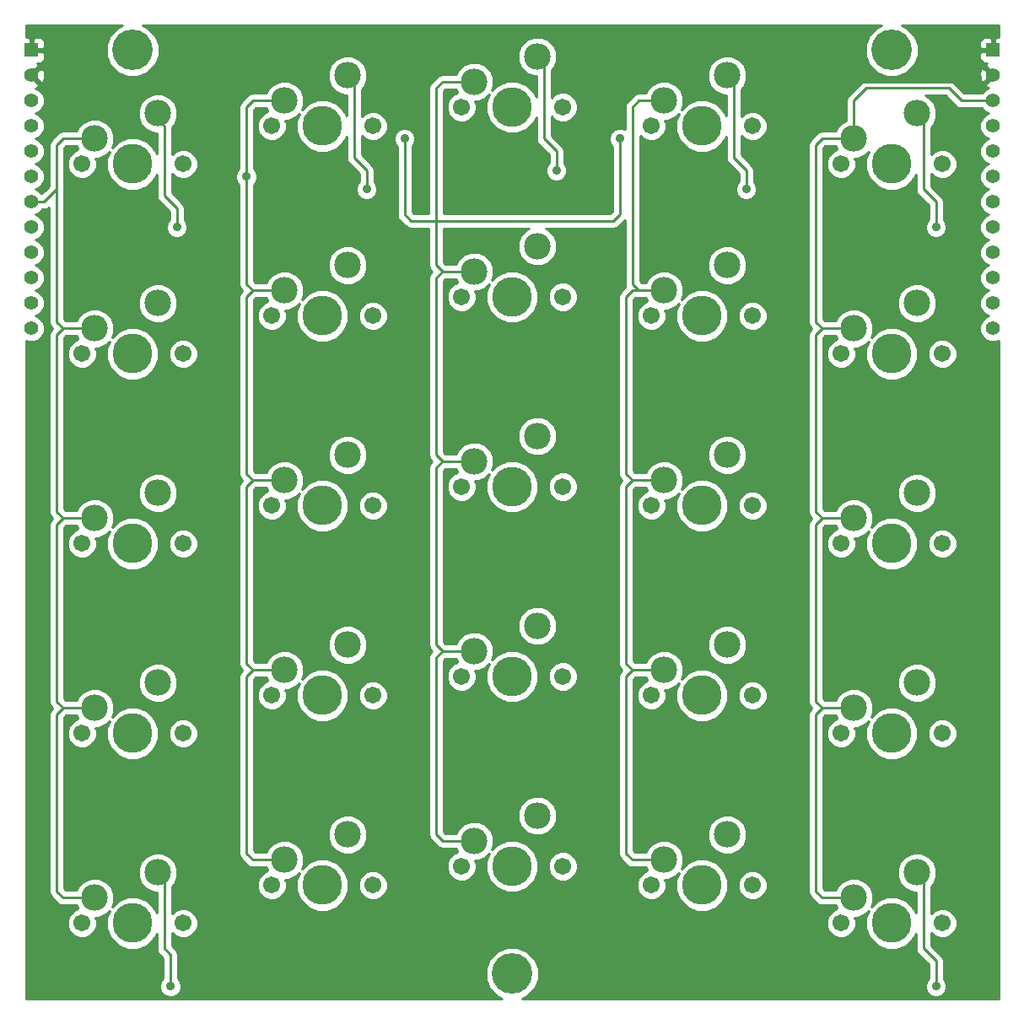
<source format=gtl>
G04 (created by PCBNEW (2013-jul-07)-stable) date Monday, February 03, 2014 'pmt' 10:27:19 pm*
%MOIN*%
G04 Gerber Fmt 3.4, Leading zero omitted, Abs format*
%FSLAX34Y34*%
G01*
G70*
G90*
G04 APERTURE LIST*
%ADD10C,0.00590551*%
%ADD11C,0.105*%
%ADD12C,0.067*%
%ADD13C,0.157*%
%ADD14C,0.16*%
%ADD15R,0.055X0.055*%
%ADD16C,0.055*%
%ADD17C,0.035*%
%ADD18C,0.01*%
G04 APERTURE END LIST*
G54D10*
G54D11*
X23000Y-34750D03*
X20500Y-35750D03*
G54D12*
X24000Y-36750D03*
X20000Y-36750D03*
G54D13*
X22000Y-36750D03*
G54D11*
X15500Y-36250D03*
X13000Y-37250D03*
G54D12*
X16500Y-38250D03*
X12500Y-38250D03*
G54D13*
X14500Y-38250D03*
G54D11*
X45500Y-28750D03*
X43000Y-29750D03*
G54D12*
X46500Y-30750D03*
X42500Y-30750D03*
G54D13*
X44500Y-30750D03*
G54D11*
X30500Y-34000D03*
X28000Y-35000D03*
G54D12*
X31500Y-36000D03*
X27500Y-36000D03*
G54D13*
X29500Y-36000D03*
G54D11*
X38000Y-27250D03*
X35500Y-28250D03*
G54D12*
X39000Y-29250D03*
X35000Y-29250D03*
G54D13*
X37000Y-29250D03*
G54D11*
X30500Y-26500D03*
X28000Y-27500D03*
G54D12*
X31500Y-28500D03*
X27500Y-28500D03*
G54D13*
X29500Y-28500D03*
G54D11*
X38000Y-34750D03*
X35500Y-35750D03*
G54D12*
X39000Y-36750D03*
X35000Y-36750D03*
G54D13*
X37000Y-36750D03*
G54D11*
X23000Y-27250D03*
X20500Y-28250D03*
G54D12*
X24000Y-29250D03*
X20000Y-29250D03*
G54D13*
X22000Y-29250D03*
G54D11*
X15500Y-28750D03*
X13000Y-29750D03*
G54D12*
X16500Y-30750D03*
X12500Y-30750D03*
G54D13*
X14500Y-30750D03*
G54D11*
X45500Y-36250D03*
X43000Y-37250D03*
G54D12*
X46500Y-38250D03*
X42500Y-38250D03*
G54D13*
X44500Y-38250D03*
G54D11*
X45500Y-21250D03*
X43000Y-22250D03*
G54D12*
X46500Y-23250D03*
X42500Y-23250D03*
G54D13*
X44500Y-23250D03*
G54D11*
X38000Y-19750D03*
X35500Y-20750D03*
G54D12*
X39000Y-21750D03*
X35000Y-21750D03*
G54D13*
X37000Y-21750D03*
G54D11*
X15500Y-43750D03*
X13000Y-44750D03*
G54D12*
X16500Y-45750D03*
X12500Y-45750D03*
G54D13*
X14500Y-45750D03*
G54D11*
X30500Y-19000D03*
X28000Y-20000D03*
G54D12*
X31500Y-21000D03*
X27500Y-21000D03*
G54D13*
X29500Y-21000D03*
G54D11*
X23000Y-19750D03*
X20500Y-20750D03*
G54D12*
X24000Y-21750D03*
X20000Y-21750D03*
G54D13*
X22000Y-21750D03*
G54D11*
X23000Y-42250D03*
X20500Y-43250D03*
G54D12*
X24000Y-44250D03*
X20000Y-44250D03*
G54D13*
X22000Y-44250D03*
G54D11*
X15500Y-13750D03*
X13000Y-14750D03*
G54D12*
X16500Y-15750D03*
X12500Y-15750D03*
G54D13*
X14500Y-15750D03*
G54D11*
X15500Y-21250D03*
X13000Y-22250D03*
G54D12*
X16500Y-23250D03*
X12500Y-23250D03*
G54D13*
X14500Y-23250D03*
G54D11*
X45500Y-13750D03*
X43000Y-14750D03*
G54D12*
X46500Y-15750D03*
X42500Y-15750D03*
G54D13*
X44500Y-15750D03*
G54D11*
X38000Y-12250D03*
X35500Y-13250D03*
G54D12*
X39000Y-14250D03*
X35000Y-14250D03*
G54D13*
X37000Y-14250D03*
G54D11*
X30500Y-11500D03*
X28000Y-12500D03*
G54D12*
X31500Y-13500D03*
X27500Y-13500D03*
G54D13*
X29500Y-13500D03*
G54D11*
X23000Y-12250D03*
X20500Y-13250D03*
G54D12*
X24000Y-14250D03*
X20000Y-14250D03*
G54D13*
X22000Y-14250D03*
G54D11*
X30500Y-41500D03*
X28000Y-42500D03*
G54D12*
X31500Y-43500D03*
X27500Y-43500D03*
G54D13*
X29500Y-43500D03*
G54D11*
X38000Y-42250D03*
X35500Y-43250D03*
G54D12*
X39000Y-44250D03*
X35000Y-44250D03*
G54D13*
X37000Y-44250D03*
G54D11*
X45500Y-43750D03*
X43000Y-44750D03*
G54D12*
X46500Y-45750D03*
X42500Y-45750D03*
G54D13*
X44500Y-45750D03*
G54D14*
X44500Y-11250D03*
X14500Y-11250D03*
X29500Y-47750D03*
G54D15*
X48500Y-11250D03*
G54D16*
X48500Y-12250D03*
X48500Y-13250D03*
X48500Y-14250D03*
X48500Y-15250D03*
X48500Y-16250D03*
X48500Y-17250D03*
X48500Y-18250D03*
X48500Y-19250D03*
X48500Y-20250D03*
X48500Y-21250D03*
X48500Y-22250D03*
G54D15*
X10500Y-11250D03*
G54D16*
X10500Y-12250D03*
X10500Y-13250D03*
X10500Y-14250D03*
X10500Y-15250D03*
X10500Y-16250D03*
X10500Y-17250D03*
X10500Y-18250D03*
X10500Y-19250D03*
X10500Y-20250D03*
X10500Y-21250D03*
X10500Y-22250D03*
G54D17*
X19000Y-16250D03*
X40750Y-19500D03*
X18250Y-19500D03*
X40750Y-27000D03*
X40750Y-12750D03*
X18250Y-12750D03*
X18250Y-34500D03*
X18250Y-27000D03*
X18250Y-42000D03*
X40750Y-34500D03*
X40750Y-42000D03*
X38750Y-16750D03*
X31250Y-16000D03*
X46250Y-18250D03*
X23750Y-16750D03*
X16250Y-18250D03*
X33750Y-14750D03*
X25250Y-14750D03*
X16000Y-48250D03*
X46250Y-48250D03*
G54D18*
X11500Y-23500D02*
X11500Y-26000D01*
X11500Y-26000D02*
X11500Y-29500D01*
X11500Y-29500D02*
X11750Y-29750D01*
X13000Y-29750D02*
X11750Y-29750D01*
X11750Y-29750D02*
X11500Y-30000D01*
X11500Y-37000D02*
X11750Y-37250D01*
X11500Y-30000D02*
X11500Y-37000D01*
X11750Y-37250D02*
X13000Y-37250D01*
X11750Y-22250D02*
X11500Y-22500D01*
X11500Y-22500D02*
X11500Y-23500D01*
X13000Y-14750D02*
X11750Y-14750D01*
X11750Y-14750D02*
X11500Y-15000D01*
X11750Y-22250D02*
X13000Y-22250D01*
X11500Y-22000D02*
X11750Y-22250D01*
X11500Y-19250D02*
X11500Y-22000D01*
X13000Y-37250D02*
X11750Y-37250D01*
X11750Y-44750D02*
X13000Y-44750D01*
X11500Y-44500D02*
X11750Y-44750D01*
X11500Y-37500D02*
X11500Y-44500D01*
X11750Y-37250D02*
X11500Y-37500D01*
X11500Y-15000D02*
X11500Y-16750D01*
X11500Y-16750D02*
X11500Y-19250D01*
X11000Y-17250D02*
X11500Y-16750D01*
X10500Y-17250D02*
X11000Y-17250D01*
X10533Y-17216D02*
X10500Y-17250D01*
X19250Y-28250D02*
X19000Y-28500D01*
X19000Y-35500D02*
X19250Y-35750D01*
X19000Y-28500D02*
X19000Y-35500D01*
X19250Y-20750D02*
X19000Y-21000D01*
X19250Y-28250D02*
X20500Y-28250D01*
X19000Y-28000D02*
X19250Y-28250D01*
X19000Y-21000D02*
X19000Y-28000D01*
X20500Y-13250D02*
X19250Y-13250D01*
X19250Y-13250D02*
X19000Y-13500D01*
X19000Y-13500D02*
X19000Y-16250D01*
X19250Y-20750D02*
X20500Y-20750D01*
X19000Y-20500D02*
X19250Y-20750D01*
X19000Y-16250D02*
X19000Y-20500D01*
X19250Y-35750D02*
X19000Y-36000D01*
X19000Y-43000D02*
X19250Y-43250D01*
X19000Y-36000D02*
X19000Y-43000D01*
X19250Y-43250D02*
X20500Y-43250D01*
X20500Y-35750D02*
X19250Y-35750D01*
X34500Y-13250D02*
X34250Y-13500D01*
X34250Y-20500D02*
X34500Y-20750D01*
X34250Y-13500D02*
X34250Y-20500D01*
X35250Y-13250D02*
X35500Y-13250D01*
X34250Y-28250D02*
X34000Y-28500D01*
X34000Y-35500D02*
X34250Y-35750D01*
X34000Y-28500D02*
X34000Y-35500D01*
X35500Y-13250D02*
X34500Y-13250D01*
X34250Y-28250D02*
X34000Y-28000D01*
X34000Y-21000D02*
X34250Y-20750D01*
X34000Y-28000D02*
X34000Y-21000D01*
X35500Y-35750D02*
X34250Y-35750D01*
X34250Y-43250D02*
X35500Y-43250D01*
X34250Y-35750D02*
X34000Y-36000D01*
X34000Y-36000D02*
X34000Y-43000D01*
X34000Y-43000D02*
X34250Y-43250D01*
X35500Y-20750D02*
X34500Y-20750D01*
X34500Y-20750D02*
X34250Y-20750D01*
X34250Y-28250D02*
X35500Y-28250D01*
X43000Y-13250D02*
X43000Y-14750D01*
X43500Y-12750D02*
X43000Y-13250D01*
X41750Y-22250D02*
X41500Y-22000D01*
X41500Y-22000D02*
X41500Y-15000D01*
X41500Y-15000D02*
X41750Y-14750D01*
X41750Y-14750D02*
X43000Y-14750D01*
X41750Y-29750D02*
X41500Y-29500D01*
X41500Y-22500D02*
X41750Y-22250D01*
X41500Y-29500D02*
X41500Y-22500D01*
X41750Y-37250D02*
X41500Y-37000D01*
X41500Y-30000D02*
X41750Y-29750D01*
X41500Y-30250D02*
X41500Y-30000D01*
X41500Y-37000D02*
X41500Y-30250D01*
X41750Y-37250D02*
X41500Y-37500D01*
X41500Y-44500D02*
X41750Y-44750D01*
X41500Y-43500D02*
X41500Y-44500D01*
X41500Y-37500D02*
X41500Y-43500D01*
X41750Y-44750D02*
X43000Y-44750D01*
X41750Y-37250D02*
X43000Y-37250D01*
X43000Y-22250D02*
X41750Y-22250D01*
X41750Y-29750D02*
X43000Y-29750D01*
X43500Y-12750D02*
X46750Y-12750D01*
X47250Y-13250D02*
X46750Y-12750D01*
X48500Y-13250D02*
X47250Y-13250D01*
X18250Y-42000D02*
X18250Y-34500D01*
X18250Y-27000D02*
X18250Y-24500D01*
X18250Y-34500D02*
X18250Y-27000D01*
X40750Y-42000D02*
X40750Y-34500D01*
X40750Y-34500D02*
X40750Y-27000D01*
X18250Y-24250D02*
X18250Y-24500D01*
X10500Y-12000D02*
X11000Y-12000D01*
X18250Y-12750D02*
X18250Y-19500D01*
X18250Y-19500D02*
X18250Y-24250D01*
X18000Y-12500D02*
X18250Y-12750D01*
X11500Y-12500D02*
X18000Y-12500D01*
X11000Y-12000D02*
X11500Y-12500D01*
X48250Y-12500D02*
X48500Y-12250D01*
X40750Y-27000D02*
X40750Y-19500D01*
X40750Y-19500D02*
X40750Y-12750D01*
X40750Y-12750D02*
X41000Y-12500D01*
X41000Y-12500D02*
X48250Y-12500D01*
X38250Y-12500D02*
X38000Y-12250D01*
X38250Y-15500D02*
X38250Y-12500D01*
X38750Y-16000D02*
X38250Y-15500D01*
X38750Y-16750D02*
X38750Y-16000D01*
X30750Y-11750D02*
X30500Y-11500D01*
X30750Y-14750D02*
X30750Y-11750D01*
X31250Y-15250D02*
X30750Y-14750D01*
X31250Y-16000D02*
X31250Y-15250D01*
X45750Y-14000D02*
X45500Y-13750D01*
X45750Y-16750D02*
X45750Y-14000D01*
X46250Y-17250D02*
X45750Y-16750D01*
X46250Y-18250D02*
X46250Y-17250D01*
X23250Y-12500D02*
X23000Y-12250D01*
X23250Y-15500D02*
X23250Y-12500D01*
X23750Y-16000D02*
X23250Y-15500D01*
X23750Y-16750D02*
X23750Y-16000D01*
X15500Y-13750D02*
X15500Y-14000D01*
X16250Y-17500D02*
X16250Y-18250D01*
X15750Y-17000D02*
X16250Y-17500D01*
X15750Y-14250D02*
X15750Y-17000D01*
X15500Y-14000D02*
X15750Y-14250D01*
X33750Y-17750D02*
X33750Y-14750D01*
X33500Y-18000D02*
X33750Y-17750D01*
X26500Y-18000D02*
X30000Y-18000D01*
X25250Y-17750D02*
X25500Y-18000D01*
X25250Y-17750D02*
X25250Y-14750D01*
X25500Y-18000D02*
X26500Y-18000D01*
X33250Y-18000D02*
X33500Y-18000D01*
X30000Y-18000D02*
X33250Y-18000D01*
X26500Y-12750D02*
X26500Y-18000D01*
X26750Y-12500D02*
X26500Y-12750D01*
X28000Y-12500D02*
X26750Y-12500D01*
X26500Y-18000D02*
X26500Y-19750D01*
X26750Y-27500D02*
X26500Y-27750D01*
X26500Y-34750D02*
X26750Y-35000D01*
X26500Y-27750D02*
X26500Y-34750D01*
X26750Y-20000D02*
X26500Y-20250D01*
X26750Y-27500D02*
X28000Y-27500D01*
X26500Y-27250D02*
X26750Y-27500D01*
X26500Y-20250D02*
X26500Y-27250D01*
X26500Y-19750D02*
X26750Y-20000D01*
X26750Y-20000D02*
X28000Y-20000D01*
X28000Y-35000D02*
X26750Y-35000D01*
X26750Y-42500D02*
X28000Y-42500D01*
X26750Y-35000D02*
X26500Y-35250D01*
X26500Y-35250D02*
X26500Y-42250D01*
X26500Y-42250D02*
X26750Y-42500D01*
X15750Y-44000D02*
X15500Y-43750D01*
X15750Y-46750D02*
X15750Y-44000D01*
X16000Y-47000D02*
X15750Y-46750D01*
X16000Y-48250D02*
X16000Y-47000D01*
X45750Y-44000D02*
X45500Y-43750D01*
X45750Y-46750D02*
X45750Y-44000D01*
X46250Y-47250D02*
X45750Y-46750D01*
X46250Y-48250D02*
X46250Y-47250D01*
G54D10*
G36*
X48720Y-48720D02*
X39585Y-48720D01*
X39585Y-44134D01*
X39585Y-36634D01*
X39585Y-29134D01*
X39585Y-21634D01*
X39585Y-14134D01*
X39496Y-13919D01*
X39331Y-13754D01*
X39116Y-13665D01*
X38884Y-13664D01*
X38669Y-13753D01*
X38550Y-13872D01*
X38550Y-12796D01*
X38656Y-12689D01*
X38774Y-12404D01*
X38775Y-12096D01*
X38657Y-11811D01*
X38439Y-11593D01*
X38154Y-11475D01*
X37846Y-11474D01*
X37561Y-11592D01*
X37343Y-11810D01*
X37225Y-12095D01*
X37224Y-12403D01*
X37342Y-12688D01*
X37560Y-12906D01*
X37845Y-13024D01*
X37950Y-13024D01*
X37950Y-13838D01*
X37877Y-13664D01*
X37587Y-13373D01*
X37206Y-13215D01*
X36795Y-13214D01*
X36414Y-13372D01*
X36199Y-13586D01*
X36274Y-13404D01*
X36275Y-13096D01*
X36157Y-12811D01*
X35939Y-12593D01*
X35654Y-12475D01*
X35346Y-12474D01*
X35061Y-12592D01*
X34843Y-12810D01*
X34785Y-12950D01*
X34500Y-12950D01*
X34385Y-12972D01*
X34287Y-13037D01*
X34037Y-13287D01*
X33972Y-13385D01*
X33950Y-13500D01*
X33950Y-14372D01*
X33834Y-14325D01*
X33665Y-14324D01*
X33509Y-14389D01*
X33389Y-14508D01*
X33325Y-14665D01*
X33324Y-14834D01*
X33389Y-14990D01*
X33450Y-15051D01*
X33450Y-17625D01*
X33375Y-17700D01*
X33250Y-17700D01*
X30000Y-17700D01*
X26800Y-17700D01*
X26800Y-12874D01*
X26874Y-12800D01*
X27285Y-12800D01*
X27340Y-12932D01*
X27169Y-13003D01*
X27004Y-13168D01*
X26915Y-13383D01*
X26914Y-13615D01*
X27003Y-13830D01*
X27168Y-13995D01*
X27383Y-14084D01*
X27615Y-14085D01*
X27830Y-13996D01*
X27995Y-13831D01*
X28084Y-13616D01*
X28085Y-13384D01*
X28040Y-13275D01*
X28153Y-13275D01*
X28438Y-13157D01*
X28580Y-13015D01*
X28465Y-13293D01*
X28464Y-13704D01*
X28622Y-14085D01*
X28912Y-14376D01*
X29293Y-14534D01*
X29704Y-14535D01*
X30085Y-14377D01*
X30376Y-14087D01*
X30450Y-13911D01*
X30450Y-14750D01*
X30472Y-14864D01*
X30537Y-14962D01*
X30950Y-15374D01*
X30950Y-15698D01*
X30889Y-15758D01*
X30825Y-15915D01*
X30824Y-16084D01*
X30889Y-16240D01*
X31008Y-16360D01*
X31165Y-16424D01*
X31334Y-16425D01*
X31490Y-16360D01*
X31610Y-16241D01*
X31674Y-16084D01*
X31675Y-15915D01*
X31610Y-15759D01*
X31550Y-15698D01*
X31550Y-15250D01*
X31527Y-15135D01*
X31462Y-15037D01*
X31462Y-15037D01*
X31050Y-14625D01*
X31050Y-13877D01*
X31168Y-13995D01*
X31383Y-14084D01*
X31615Y-14085D01*
X31830Y-13996D01*
X31995Y-13831D01*
X32084Y-13616D01*
X32085Y-13384D01*
X31996Y-13169D01*
X31831Y-13004D01*
X31616Y-12915D01*
X31384Y-12914D01*
X31169Y-13003D01*
X31050Y-13122D01*
X31050Y-12046D01*
X31156Y-11939D01*
X31274Y-11654D01*
X31275Y-11346D01*
X31157Y-11061D01*
X30939Y-10843D01*
X30654Y-10725D01*
X30346Y-10724D01*
X30061Y-10842D01*
X29843Y-11060D01*
X29725Y-11345D01*
X29724Y-11653D01*
X29842Y-11938D01*
X30060Y-12156D01*
X30345Y-12274D01*
X30450Y-12274D01*
X30450Y-13088D01*
X30377Y-12914D01*
X30087Y-12623D01*
X29706Y-12465D01*
X29295Y-12464D01*
X28914Y-12622D01*
X28699Y-12836D01*
X28774Y-12654D01*
X28775Y-12346D01*
X28657Y-12061D01*
X28439Y-11843D01*
X28154Y-11725D01*
X27846Y-11724D01*
X27561Y-11842D01*
X27343Y-12060D01*
X27285Y-12200D01*
X26750Y-12200D01*
X26635Y-12222D01*
X26537Y-12287D01*
X26287Y-12537D01*
X26222Y-12635D01*
X26200Y-12750D01*
X26200Y-17700D01*
X25624Y-17700D01*
X25550Y-17625D01*
X25550Y-15051D01*
X25610Y-14991D01*
X25674Y-14834D01*
X25675Y-14665D01*
X25610Y-14509D01*
X25491Y-14389D01*
X25334Y-14325D01*
X25165Y-14324D01*
X25009Y-14389D01*
X24889Y-14508D01*
X24825Y-14665D01*
X24824Y-14834D01*
X24889Y-14990D01*
X24950Y-15051D01*
X24950Y-17750D01*
X24972Y-17864D01*
X25037Y-17962D01*
X25287Y-18212D01*
X25287Y-18212D01*
X25385Y-18277D01*
X25500Y-18300D01*
X26200Y-18300D01*
X26200Y-19750D01*
X26222Y-19864D01*
X26287Y-19962D01*
X26325Y-20000D01*
X26287Y-20037D01*
X26222Y-20135D01*
X26200Y-20250D01*
X26200Y-27250D01*
X26222Y-27364D01*
X26287Y-27462D01*
X26325Y-27500D01*
X26287Y-27537D01*
X26222Y-27635D01*
X26200Y-27750D01*
X26200Y-34750D01*
X26222Y-34864D01*
X26287Y-34962D01*
X26325Y-35000D01*
X26287Y-35037D01*
X26222Y-35135D01*
X26200Y-35250D01*
X26200Y-42250D01*
X26222Y-42364D01*
X26287Y-42462D01*
X26537Y-42712D01*
X26537Y-42712D01*
X26635Y-42777D01*
X26750Y-42800D01*
X27285Y-42800D01*
X27340Y-42932D01*
X27169Y-43003D01*
X27004Y-43168D01*
X26915Y-43383D01*
X26914Y-43615D01*
X27003Y-43830D01*
X27168Y-43995D01*
X27383Y-44084D01*
X27615Y-44085D01*
X27830Y-43996D01*
X27995Y-43831D01*
X28084Y-43616D01*
X28085Y-43384D01*
X28040Y-43275D01*
X28153Y-43275D01*
X28438Y-43157D01*
X28580Y-43015D01*
X28465Y-43293D01*
X28464Y-43704D01*
X28622Y-44085D01*
X28912Y-44376D01*
X29293Y-44534D01*
X29704Y-44535D01*
X30085Y-44377D01*
X30376Y-44087D01*
X30534Y-43706D01*
X30535Y-43295D01*
X30377Y-42914D01*
X30087Y-42623D01*
X29706Y-42465D01*
X29295Y-42464D01*
X28914Y-42622D01*
X28699Y-42836D01*
X28774Y-42654D01*
X28775Y-42346D01*
X28657Y-42061D01*
X28439Y-41843D01*
X28154Y-41725D01*
X27846Y-41724D01*
X27561Y-41842D01*
X27343Y-42060D01*
X27285Y-42200D01*
X26874Y-42200D01*
X26800Y-42125D01*
X26800Y-35374D01*
X26874Y-35300D01*
X27285Y-35300D01*
X27340Y-35432D01*
X27169Y-35503D01*
X27004Y-35668D01*
X26915Y-35883D01*
X26914Y-36115D01*
X27003Y-36330D01*
X27168Y-36495D01*
X27383Y-36584D01*
X27615Y-36585D01*
X27830Y-36496D01*
X27995Y-36331D01*
X28084Y-36116D01*
X28085Y-35884D01*
X28040Y-35775D01*
X28153Y-35775D01*
X28438Y-35657D01*
X28580Y-35515D01*
X28465Y-35793D01*
X28464Y-36204D01*
X28622Y-36585D01*
X28912Y-36876D01*
X29293Y-37034D01*
X29704Y-37035D01*
X30085Y-36877D01*
X30376Y-36587D01*
X30534Y-36206D01*
X30535Y-35795D01*
X30377Y-35414D01*
X30087Y-35123D01*
X29706Y-34965D01*
X29295Y-34964D01*
X28914Y-35122D01*
X28699Y-35336D01*
X28774Y-35154D01*
X28775Y-34846D01*
X28657Y-34561D01*
X28439Y-34343D01*
X28154Y-34225D01*
X27846Y-34224D01*
X27561Y-34342D01*
X27343Y-34560D01*
X27285Y-34700D01*
X26874Y-34700D01*
X26800Y-34625D01*
X26800Y-27874D01*
X26874Y-27800D01*
X27285Y-27800D01*
X27340Y-27932D01*
X27169Y-28003D01*
X27004Y-28168D01*
X26915Y-28383D01*
X26914Y-28615D01*
X27003Y-28830D01*
X27168Y-28995D01*
X27383Y-29084D01*
X27615Y-29085D01*
X27830Y-28996D01*
X27995Y-28831D01*
X28084Y-28616D01*
X28085Y-28384D01*
X28040Y-28275D01*
X28153Y-28275D01*
X28438Y-28157D01*
X28580Y-28015D01*
X28465Y-28293D01*
X28464Y-28704D01*
X28622Y-29085D01*
X28912Y-29376D01*
X29293Y-29534D01*
X29704Y-29535D01*
X30085Y-29377D01*
X30376Y-29087D01*
X30534Y-28706D01*
X30535Y-28295D01*
X30377Y-27914D01*
X30087Y-27623D01*
X29706Y-27465D01*
X29295Y-27464D01*
X28914Y-27622D01*
X28699Y-27836D01*
X28774Y-27654D01*
X28775Y-27346D01*
X28657Y-27061D01*
X28439Y-26843D01*
X28154Y-26725D01*
X27846Y-26724D01*
X27561Y-26842D01*
X27343Y-27060D01*
X27285Y-27200D01*
X26874Y-27200D01*
X26800Y-27125D01*
X26800Y-20374D01*
X26874Y-20300D01*
X27285Y-20300D01*
X27340Y-20432D01*
X27169Y-20503D01*
X27004Y-20668D01*
X26915Y-20883D01*
X26914Y-21115D01*
X27003Y-21330D01*
X27168Y-21495D01*
X27383Y-21584D01*
X27615Y-21585D01*
X27830Y-21496D01*
X27995Y-21331D01*
X28084Y-21116D01*
X28085Y-20884D01*
X28040Y-20775D01*
X28153Y-20775D01*
X28438Y-20657D01*
X28580Y-20515D01*
X28465Y-20793D01*
X28464Y-21204D01*
X28622Y-21585D01*
X28912Y-21876D01*
X29293Y-22034D01*
X29704Y-22035D01*
X30085Y-21877D01*
X30376Y-21587D01*
X30534Y-21206D01*
X30535Y-20795D01*
X30377Y-20414D01*
X30087Y-20123D01*
X29706Y-19965D01*
X29295Y-19964D01*
X28914Y-20122D01*
X28699Y-20336D01*
X28774Y-20154D01*
X28775Y-19846D01*
X28657Y-19561D01*
X28439Y-19343D01*
X28154Y-19225D01*
X27846Y-19224D01*
X27561Y-19342D01*
X27343Y-19560D01*
X27285Y-19700D01*
X26874Y-19700D01*
X26800Y-19625D01*
X26800Y-18300D01*
X30000Y-18300D01*
X30164Y-18300D01*
X30061Y-18342D01*
X29843Y-18560D01*
X29725Y-18845D01*
X29724Y-19153D01*
X29842Y-19438D01*
X30060Y-19656D01*
X30345Y-19774D01*
X30653Y-19775D01*
X30938Y-19657D01*
X31156Y-19439D01*
X31274Y-19154D01*
X31275Y-18846D01*
X31157Y-18561D01*
X30939Y-18343D01*
X30835Y-18300D01*
X33250Y-18300D01*
X33500Y-18300D01*
X33500Y-18299D01*
X33614Y-18277D01*
X33614Y-18277D01*
X33712Y-18212D01*
X33950Y-17974D01*
X33950Y-20500D01*
X33970Y-20604D01*
X33787Y-20787D01*
X33722Y-20885D01*
X33700Y-21000D01*
X33700Y-28000D01*
X33722Y-28114D01*
X33787Y-28212D01*
X33825Y-28250D01*
X33787Y-28287D01*
X33722Y-28385D01*
X33700Y-28500D01*
X33700Y-35500D01*
X33722Y-35614D01*
X33787Y-35712D01*
X33825Y-35750D01*
X33787Y-35787D01*
X33722Y-35885D01*
X33700Y-36000D01*
X33700Y-43000D01*
X33722Y-43114D01*
X33787Y-43212D01*
X34037Y-43462D01*
X34037Y-43462D01*
X34135Y-43527D01*
X34250Y-43550D01*
X34785Y-43550D01*
X34840Y-43682D01*
X34669Y-43753D01*
X34504Y-43918D01*
X34415Y-44133D01*
X34414Y-44365D01*
X34503Y-44580D01*
X34668Y-44745D01*
X34883Y-44834D01*
X35115Y-44835D01*
X35330Y-44746D01*
X35495Y-44581D01*
X35584Y-44366D01*
X35585Y-44134D01*
X35540Y-44025D01*
X35653Y-44025D01*
X35938Y-43907D01*
X36080Y-43765D01*
X35965Y-44043D01*
X35964Y-44454D01*
X36122Y-44835D01*
X36412Y-45126D01*
X36793Y-45284D01*
X37204Y-45285D01*
X37585Y-45127D01*
X37876Y-44837D01*
X38034Y-44456D01*
X38035Y-44045D01*
X37877Y-43664D01*
X37587Y-43373D01*
X37206Y-43215D01*
X36795Y-43214D01*
X36414Y-43372D01*
X36199Y-43586D01*
X36274Y-43404D01*
X36275Y-43096D01*
X36157Y-42811D01*
X35939Y-42593D01*
X35654Y-42475D01*
X35346Y-42474D01*
X35061Y-42592D01*
X34843Y-42810D01*
X34785Y-42950D01*
X34374Y-42950D01*
X34300Y-42875D01*
X34300Y-36124D01*
X34374Y-36050D01*
X34785Y-36050D01*
X34840Y-36182D01*
X34669Y-36253D01*
X34504Y-36418D01*
X34415Y-36633D01*
X34414Y-36865D01*
X34503Y-37080D01*
X34668Y-37245D01*
X34883Y-37334D01*
X35115Y-37335D01*
X35330Y-37246D01*
X35495Y-37081D01*
X35584Y-36866D01*
X35585Y-36634D01*
X35540Y-36525D01*
X35653Y-36525D01*
X35938Y-36407D01*
X36080Y-36265D01*
X35965Y-36543D01*
X35964Y-36954D01*
X36122Y-37335D01*
X36412Y-37626D01*
X36793Y-37784D01*
X37204Y-37785D01*
X37585Y-37627D01*
X37876Y-37337D01*
X38034Y-36956D01*
X38035Y-36545D01*
X37877Y-36164D01*
X37587Y-35873D01*
X37206Y-35715D01*
X36795Y-35714D01*
X36414Y-35872D01*
X36199Y-36086D01*
X36274Y-35904D01*
X36275Y-35596D01*
X36157Y-35311D01*
X35939Y-35093D01*
X35654Y-34975D01*
X35346Y-34974D01*
X35061Y-35092D01*
X34843Y-35310D01*
X34785Y-35450D01*
X34374Y-35450D01*
X34300Y-35375D01*
X34300Y-28624D01*
X34374Y-28550D01*
X34785Y-28550D01*
X34840Y-28682D01*
X34669Y-28753D01*
X34504Y-28918D01*
X34415Y-29133D01*
X34414Y-29365D01*
X34503Y-29580D01*
X34668Y-29745D01*
X34883Y-29834D01*
X35115Y-29835D01*
X35330Y-29746D01*
X35495Y-29581D01*
X35584Y-29366D01*
X35585Y-29134D01*
X35540Y-29025D01*
X35653Y-29025D01*
X35938Y-28907D01*
X36080Y-28765D01*
X35965Y-29043D01*
X35964Y-29454D01*
X36122Y-29835D01*
X36412Y-30126D01*
X36793Y-30284D01*
X37204Y-30285D01*
X37585Y-30127D01*
X37876Y-29837D01*
X38034Y-29456D01*
X38035Y-29045D01*
X37877Y-28664D01*
X37587Y-28373D01*
X37206Y-28215D01*
X36795Y-28214D01*
X36414Y-28372D01*
X36199Y-28586D01*
X36274Y-28404D01*
X36275Y-28096D01*
X36157Y-27811D01*
X35939Y-27593D01*
X35654Y-27475D01*
X35346Y-27474D01*
X35061Y-27592D01*
X34843Y-27810D01*
X34785Y-27950D01*
X34374Y-27950D01*
X34300Y-27875D01*
X34300Y-21124D01*
X34374Y-21050D01*
X34500Y-21050D01*
X34785Y-21050D01*
X34840Y-21182D01*
X34669Y-21253D01*
X34504Y-21418D01*
X34415Y-21633D01*
X34414Y-21865D01*
X34503Y-22080D01*
X34668Y-22245D01*
X34883Y-22334D01*
X35115Y-22335D01*
X35330Y-22246D01*
X35495Y-22081D01*
X35584Y-21866D01*
X35585Y-21634D01*
X35540Y-21525D01*
X35653Y-21525D01*
X35938Y-21407D01*
X36080Y-21265D01*
X35965Y-21543D01*
X35964Y-21954D01*
X36122Y-22335D01*
X36412Y-22626D01*
X36793Y-22784D01*
X37204Y-22785D01*
X37585Y-22627D01*
X37876Y-22337D01*
X38034Y-21956D01*
X38035Y-21545D01*
X37877Y-21164D01*
X37587Y-20873D01*
X37206Y-20715D01*
X36795Y-20714D01*
X36414Y-20872D01*
X36199Y-21086D01*
X36274Y-20904D01*
X36275Y-20596D01*
X36157Y-20311D01*
X35939Y-20093D01*
X35654Y-19975D01*
X35346Y-19974D01*
X35061Y-20092D01*
X34843Y-20310D01*
X34785Y-20450D01*
X34624Y-20450D01*
X34550Y-20375D01*
X34550Y-14627D01*
X34668Y-14745D01*
X34883Y-14834D01*
X35115Y-14835D01*
X35330Y-14746D01*
X35495Y-14581D01*
X35584Y-14366D01*
X35585Y-14134D01*
X35540Y-14025D01*
X35653Y-14025D01*
X35938Y-13907D01*
X36080Y-13765D01*
X35965Y-14043D01*
X35964Y-14454D01*
X36122Y-14835D01*
X36412Y-15126D01*
X36793Y-15284D01*
X37204Y-15285D01*
X37585Y-15127D01*
X37876Y-14837D01*
X37950Y-14661D01*
X37950Y-15500D01*
X37972Y-15614D01*
X38037Y-15712D01*
X38450Y-16124D01*
X38450Y-16448D01*
X38389Y-16508D01*
X38325Y-16665D01*
X38324Y-16834D01*
X38389Y-16990D01*
X38508Y-17110D01*
X38665Y-17174D01*
X38834Y-17175D01*
X38990Y-17110D01*
X39110Y-16991D01*
X39174Y-16834D01*
X39175Y-16665D01*
X39110Y-16509D01*
X39050Y-16448D01*
X39050Y-16000D01*
X39027Y-15885D01*
X38962Y-15787D01*
X38962Y-15787D01*
X38550Y-15375D01*
X38550Y-14627D01*
X38668Y-14745D01*
X38883Y-14834D01*
X39115Y-14835D01*
X39330Y-14746D01*
X39495Y-14581D01*
X39584Y-14366D01*
X39585Y-14134D01*
X39585Y-21634D01*
X39496Y-21419D01*
X39331Y-21254D01*
X39116Y-21165D01*
X38884Y-21164D01*
X38775Y-21209D01*
X38775Y-19596D01*
X38657Y-19311D01*
X38439Y-19093D01*
X38154Y-18975D01*
X37846Y-18974D01*
X37561Y-19092D01*
X37343Y-19310D01*
X37225Y-19595D01*
X37224Y-19903D01*
X37342Y-20188D01*
X37560Y-20406D01*
X37845Y-20524D01*
X38153Y-20525D01*
X38438Y-20407D01*
X38656Y-20189D01*
X38774Y-19904D01*
X38775Y-19596D01*
X38775Y-21209D01*
X38669Y-21253D01*
X38504Y-21418D01*
X38415Y-21633D01*
X38414Y-21865D01*
X38503Y-22080D01*
X38668Y-22245D01*
X38883Y-22334D01*
X39115Y-22335D01*
X39330Y-22246D01*
X39495Y-22081D01*
X39584Y-21866D01*
X39585Y-21634D01*
X39585Y-29134D01*
X39496Y-28919D01*
X39331Y-28754D01*
X39116Y-28665D01*
X38884Y-28664D01*
X38775Y-28709D01*
X38775Y-27096D01*
X38657Y-26811D01*
X38439Y-26593D01*
X38154Y-26475D01*
X37846Y-26474D01*
X37561Y-26592D01*
X37343Y-26810D01*
X37225Y-27095D01*
X37224Y-27403D01*
X37342Y-27688D01*
X37560Y-27906D01*
X37845Y-28024D01*
X38153Y-28025D01*
X38438Y-27907D01*
X38656Y-27689D01*
X38774Y-27404D01*
X38775Y-27096D01*
X38775Y-28709D01*
X38669Y-28753D01*
X38504Y-28918D01*
X38415Y-29133D01*
X38414Y-29365D01*
X38503Y-29580D01*
X38668Y-29745D01*
X38883Y-29834D01*
X39115Y-29835D01*
X39330Y-29746D01*
X39495Y-29581D01*
X39584Y-29366D01*
X39585Y-29134D01*
X39585Y-36634D01*
X39496Y-36419D01*
X39331Y-36254D01*
X39116Y-36165D01*
X38884Y-36164D01*
X38775Y-36209D01*
X38775Y-34596D01*
X38657Y-34311D01*
X38439Y-34093D01*
X38154Y-33975D01*
X37846Y-33974D01*
X37561Y-34092D01*
X37343Y-34310D01*
X37225Y-34595D01*
X37224Y-34903D01*
X37342Y-35188D01*
X37560Y-35406D01*
X37845Y-35524D01*
X38153Y-35525D01*
X38438Y-35407D01*
X38656Y-35189D01*
X38774Y-34904D01*
X38775Y-34596D01*
X38775Y-36209D01*
X38669Y-36253D01*
X38504Y-36418D01*
X38415Y-36633D01*
X38414Y-36865D01*
X38503Y-37080D01*
X38668Y-37245D01*
X38883Y-37334D01*
X39115Y-37335D01*
X39330Y-37246D01*
X39495Y-37081D01*
X39584Y-36866D01*
X39585Y-36634D01*
X39585Y-44134D01*
X39496Y-43919D01*
X39331Y-43754D01*
X39116Y-43665D01*
X38884Y-43664D01*
X38775Y-43709D01*
X38775Y-42096D01*
X38657Y-41811D01*
X38439Y-41593D01*
X38154Y-41475D01*
X37846Y-41474D01*
X37561Y-41592D01*
X37343Y-41810D01*
X37225Y-42095D01*
X37224Y-42403D01*
X37342Y-42688D01*
X37560Y-42906D01*
X37845Y-43024D01*
X38153Y-43025D01*
X38438Y-42907D01*
X38656Y-42689D01*
X38774Y-42404D01*
X38775Y-42096D01*
X38775Y-43709D01*
X38669Y-43753D01*
X38504Y-43918D01*
X38415Y-44133D01*
X38414Y-44365D01*
X38503Y-44580D01*
X38668Y-44745D01*
X38883Y-44834D01*
X39115Y-44835D01*
X39330Y-44746D01*
X39495Y-44581D01*
X39584Y-44366D01*
X39585Y-44134D01*
X39585Y-48720D01*
X32085Y-48720D01*
X32085Y-43384D01*
X32085Y-35884D01*
X32085Y-28384D01*
X32085Y-20884D01*
X31996Y-20669D01*
X31831Y-20504D01*
X31616Y-20415D01*
X31384Y-20414D01*
X31169Y-20503D01*
X31004Y-20668D01*
X30915Y-20883D01*
X30914Y-21115D01*
X31003Y-21330D01*
X31168Y-21495D01*
X31383Y-21584D01*
X31615Y-21585D01*
X31830Y-21496D01*
X31995Y-21331D01*
X32084Y-21116D01*
X32085Y-20884D01*
X32085Y-28384D01*
X31996Y-28169D01*
X31831Y-28004D01*
X31616Y-27915D01*
X31384Y-27914D01*
X31275Y-27959D01*
X31275Y-26346D01*
X31157Y-26061D01*
X30939Y-25843D01*
X30654Y-25725D01*
X30346Y-25724D01*
X30061Y-25842D01*
X29843Y-26060D01*
X29725Y-26345D01*
X29724Y-26653D01*
X29842Y-26938D01*
X30060Y-27156D01*
X30345Y-27274D01*
X30653Y-27275D01*
X30938Y-27157D01*
X31156Y-26939D01*
X31274Y-26654D01*
X31275Y-26346D01*
X31275Y-27959D01*
X31169Y-28003D01*
X31004Y-28168D01*
X30915Y-28383D01*
X30914Y-28615D01*
X31003Y-28830D01*
X31168Y-28995D01*
X31383Y-29084D01*
X31615Y-29085D01*
X31830Y-28996D01*
X31995Y-28831D01*
X32084Y-28616D01*
X32085Y-28384D01*
X32085Y-35884D01*
X31996Y-35669D01*
X31831Y-35504D01*
X31616Y-35415D01*
X31384Y-35414D01*
X31275Y-35459D01*
X31275Y-33846D01*
X31157Y-33561D01*
X30939Y-33343D01*
X30654Y-33225D01*
X30346Y-33224D01*
X30061Y-33342D01*
X29843Y-33560D01*
X29725Y-33845D01*
X29724Y-34153D01*
X29842Y-34438D01*
X30060Y-34656D01*
X30345Y-34774D01*
X30653Y-34775D01*
X30938Y-34657D01*
X31156Y-34439D01*
X31274Y-34154D01*
X31275Y-33846D01*
X31275Y-35459D01*
X31169Y-35503D01*
X31004Y-35668D01*
X30915Y-35883D01*
X30914Y-36115D01*
X31003Y-36330D01*
X31168Y-36495D01*
X31383Y-36584D01*
X31615Y-36585D01*
X31830Y-36496D01*
X31995Y-36331D01*
X32084Y-36116D01*
X32085Y-35884D01*
X32085Y-43384D01*
X31996Y-43169D01*
X31831Y-43004D01*
X31616Y-42915D01*
X31384Y-42914D01*
X31275Y-42959D01*
X31275Y-41346D01*
X31157Y-41061D01*
X30939Y-40843D01*
X30654Y-40725D01*
X30346Y-40724D01*
X30061Y-40842D01*
X29843Y-41060D01*
X29725Y-41345D01*
X29724Y-41653D01*
X29842Y-41938D01*
X30060Y-42156D01*
X30345Y-42274D01*
X30653Y-42275D01*
X30938Y-42157D01*
X31156Y-41939D01*
X31274Y-41654D01*
X31275Y-41346D01*
X31275Y-42959D01*
X31169Y-43003D01*
X31004Y-43168D01*
X30915Y-43383D01*
X30914Y-43615D01*
X31003Y-43830D01*
X31168Y-43995D01*
X31383Y-44084D01*
X31615Y-44085D01*
X31830Y-43996D01*
X31995Y-43831D01*
X32084Y-43616D01*
X32085Y-43384D01*
X32085Y-48720D01*
X29900Y-48720D01*
X30094Y-48640D01*
X30389Y-48345D01*
X30549Y-47959D01*
X30550Y-47542D01*
X30390Y-47156D01*
X30095Y-46860D01*
X29709Y-46700D01*
X29292Y-46699D01*
X28906Y-46859D01*
X28610Y-47154D01*
X28450Y-47540D01*
X28449Y-47957D01*
X28609Y-48344D01*
X28904Y-48639D01*
X29099Y-48720D01*
X24585Y-48720D01*
X24585Y-44134D01*
X24585Y-36634D01*
X24585Y-29134D01*
X24585Y-21634D01*
X24585Y-14134D01*
X24496Y-13919D01*
X24331Y-13754D01*
X24116Y-13665D01*
X23884Y-13664D01*
X23669Y-13753D01*
X23550Y-13872D01*
X23550Y-12796D01*
X23656Y-12689D01*
X23774Y-12404D01*
X23775Y-12096D01*
X23657Y-11811D01*
X23439Y-11593D01*
X23154Y-11475D01*
X22846Y-11474D01*
X22561Y-11592D01*
X22343Y-11810D01*
X22225Y-12095D01*
X22224Y-12403D01*
X22342Y-12688D01*
X22560Y-12906D01*
X22845Y-13024D01*
X22950Y-13024D01*
X22950Y-13838D01*
X22877Y-13664D01*
X22587Y-13373D01*
X22206Y-13215D01*
X21795Y-13214D01*
X21414Y-13372D01*
X21199Y-13586D01*
X21274Y-13404D01*
X21275Y-13096D01*
X21157Y-12811D01*
X20939Y-12593D01*
X20654Y-12475D01*
X20346Y-12474D01*
X20061Y-12592D01*
X19843Y-12810D01*
X19785Y-12950D01*
X19250Y-12950D01*
X19135Y-12972D01*
X19037Y-13037D01*
X18787Y-13287D01*
X18722Y-13385D01*
X18700Y-13500D01*
X18700Y-15948D01*
X18639Y-16008D01*
X18575Y-16165D01*
X18574Y-16334D01*
X18639Y-16490D01*
X18700Y-16551D01*
X18700Y-20500D01*
X18722Y-20614D01*
X18787Y-20712D01*
X18825Y-20750D01*
X18787Y-20787D01*
X18722Y-20885D01*
X18700Y-21000D01*
X18700Y-28000D01*
X18722Y-28114D01*
X18787Y-28212D01*
X18825Y-28250D01*
X18787Y-28287D01*
X18722Y-28385D01*
X18700Y-28500D01*
X18700Y-35500D01*
X18722Y-35614D01*
X18787Y-35712D01*
X18825Y-35750D01*
X18787Y-35787D01*
X18722Y-35885D01*
X18700Y-36000D01*
X18700Y-43000D01*
X18722Y-43114D01*
X18787Y-43212D01*
X19037Y-43462D01*
X19037Y-43462D01*
X19135Y-43527D01*
X19250Y-43550D01*
X19785Y-43550D01*
X19840Y-43682D01*
X19669Y-43753D01*
X19504Y-43918D01*
X19415Y-44133D01*
X19414Y-44365D01*
X19503Y-44580D01*
X19668Y-44745D01*
X19883Y-44834D01*
X20115Y-44835D01*
X20330Y-44746D01*
X20495Y-44581D01*
X20584Y-44366D01*
X20585Y-44134D01*
X20540Y-44025D01*
X20653Y-44025D01*
X20938Y-43907D01*
X21080Y-43765D01*
X20965Y-44043D01*
X20964Y-44454D01*
X21122Y-44835D01*
X21412Y-45126D01*
X21793Y-45284D01*
X22204Y-45285D01*
X22585Y-45127D01*
X22876Y-44837D01*
X23034Y-44456D01*
X23035Y-44045D01*
X22877Y-43664D01*
X22587Y-43373D01*
X22206Y-43215D01*
X21795Y-43214D01*
X21414Y-43372D01*
X21199Y-43586D01*
X21274Y-43404D01*
X21275Y-43096D01*
X21157Y-42811D01*
X20939Y-42593D01*
X20654Y-42475D01*
X20346Y-42474D01*
X20061Y-42592D01*
X19843Y-42810D01*
X19785Y-42950D01*
X19374Y-42950D01*
X19300Y-42875D01*
X19300Y-36124D01*
X19374Y-36050D01*
X19785Y-36050D01*
X19840Y-36182D01*
X19669Y-36253D01*
X19504Y-36418D01*
X19415Y-36633D01*
X19414Y-36865D01*
X19503Y-37080D01*
X19668Y-37245D01*
X19883Y-37334D01*
X20115Y-37335D01*
X20330Y-37246D01*
X20495Y-37081D01*
X20584Y-36866D01*
X20585Y-36634D01*
X20540Y-36525D01*
X20653Y-36525D01*
X20938Y-36407D01*
X21080Y-36265D01*
X20965Y-36543D01*
X20964Y-36954D01*
X21122Y-37335D01*
X21412Y-37626D01*
X21793Y-37784D01*
X22204Y-37785D01*
X22585Y-37627D01*
X22876Y-37337D01*
X23034Y-36956D01*
X23035Y-36545D01*
X22877Y-36164D01*
X22587Y-35873D01*
X22206Y-35715D01*
X21795Y-35714D01*
X21414Y-35872D01*
X21199Y-36086D01*
X21274Y-35904D01*
X21275Y-35596D01*
X21157Y-35311D01*
X20939Y-35093D01*
X20654Y-34975D01*
X20346Y-34974D01*
X20061Y-35092D01*
X19843Y-35310D01*
X19785Y-35450D01*
X19374Y-35450D01*
X19300Y-35375D01*
X19300Y-28624D01*
X19374Y-28550D01*
X19785Y-28550D01*
X19840Y-28682D01*
X19669Y-28753D01*
X19504Y-28918D01*
X19415Y-29133D01*
X19414Y-29365D01*
X19503Y-29580D01*
X19668Y-29745D01*
X19883Y-29834D01*
X20115Y-29835D01*
X20330Y-29746D01*
X20495Y-29581D01*
X20584Y-29366D01*
X20585Y-29134D01*
X20540Y-29025D01*
X20653Y-29025D01*
X20938Y-28907D01*
X21080Y-28765D01*
X20965Y-29043D01*
X20964Y-29454D01*
X21122Y-29835D01*
X21412Y-30126D01*
X21793Y-30284D01*
X22204Y-30285D01*
X22585Y-30127D01*
X22876Y-29837D01*
X23034Y-29456D01*
X23035Y-29045D01*
X22877Y-28664D01*
X22587Y-28373D01*
X22206Y-28215D01*
X21795Y-28214D01*
X21414Y-28372D01*
X21199Y-28586D01*
X21274Y-28404D01*
X21275Y-28096D01*
X21157Y-27811D01*
X20939Y-27593D01*
X20654Y-27475D01*
X20346Y-27474D01*
X20061Y-27592D01*
X19843Y-27810D01*
X19785Y-27950D01*
X19374Y-27950D01*
X19300Y-27875D01*
X19300Y-21124D01*
X19374Y-21050D01*
X19785Y-21050D01*
X19840Y-21182D01*
X19669Y-21253D01*
X19504Y-21418D01*
X19415Y-21633D01*
X19414Y-21865D01*
X19503Y-22080D01*
X19668Y-22245D01*
X19883Y-22334D01*
X20115Y-22335D01*
X20330Y-22246D01*
X20495Y-22081D01*
X20584Y-21866D01*
X20585Y-21634D01*
X20540Y-21525D01*
X20653Y-21525D01*
X20938Y-21407D01*
X21080Y-21265D01*
X20965Y-21543D01*
X20964Y-21954D01*
X21122Y-22335D01*
X21412Y-22626D01*
X21793Y-22784D01*
X22204Y-22785D01*
X22585Y-22627D01*
X22876Y-22337D01*
X23034Y-21956D01*
X23035Y-21545D01*
X22877Y-21164D01*
X22587Y-20873D01*
X22206Y-20715D01*
X21795Y-20714D01*
X21414Y-20872D01*
X21199Y-21086D01*
X21274Y-20904D01*
X21275Y-20596D01*
X21157Y-20311D01*
X20939Y-20093D01*
X20654Y-19975D01*
X20346Y-19974D01*
X20061Y-20092D01*
X19843Y-20310D01*
X19785Y-20450D01*
X19374Y-20450D01*
X19300Y-20375D01*
X19300Y-16551D01*
X19360Y-16491D01*
X19424Y-16334D01*
X19425Y-16165D01*
X19360Y-16009D01*
X19300Y-15948D01*
X19300Y-13624D01*
X19374Y-13550D01*
X19785Y-13550D01*
X19840Y-13682D01*
X19669Y-13753D01*
X19504Y-13918D01*
X19415Y-14133D01*
X19414Y-14365D01*
X19503Y-14580D01*
X19668Y-14745D01*
X19883Y-14834D01*
X20115Y-14835D01*
X20330Y-14746D01*
X20495Y-14581D01*
X20584Y-14366D01*
X20585Y-14134D01*
X20540Y-14025D01*
X20653Y-14025D01*
X20938Y-13907D01*
X21080Y-13765D01*
X20965Y-14043D01*
X20964Y-14454D01*
X21122Y-14835D01*
X21412Y-15126D01*
X21793Y-15284D01*
X22204Y-15285D01*
X22585Y-15127D01*
X22876Y-14837D01*
X22950Y-14661D01*
X22950Y-15500D01*
X22972Y-15614D01*
X23037Y-15712D01*
X23450Y-16124D01*
X23450Y-16448D01*
X23389Y-16508D01*
X23325Y-16665D01*
X23324Y-16834D01*
X23389Y-16990D01*
X23508Y-17110D01*
X23665Y-17174D01*
X23834Y-17175D01*
X23990Y-17110D01*
X24110Y-16991D01*
X24174Y-16834D01*
X24175Y-16665D01*
X24110Y-16509D01*
X24050Y-16448D01*
X24050Y-16000D01*
X24027Y-15885D01*
X23962Y-15787D01*
X23962Y-15787D01*
X23550Y-15375D01*
X23550Y-14627D01*
X23668Y-14745D01*
X23883Y-14834D01*
X24115Y-14835D01*
X24330Y-14746D01*
X24495Y-14581D01*
X24584Y-14366D01*
X24585Y-14134D01*
X24585Y-21634D01*
X24496Y-21419D01*
X24331Y-21254D01*
X24116Y-21165D01*
X23884Y-21164D01*
X23775Y-21209D01*
X23775Y-19596D01*
X23657Y-19311D01*
X23439Y-19093D01*
X23154Y-18975D01*
X22846Y-18974D01*
X22561Y-19092D01*
X22343Y-19310D01*
X22225Y-19595D01*
X22224Y-19903D01*
X22342Y-20188D01*
X22560Y-20406D01*
X22845Y-20524D01*
X23153Y-20525D01*
X23438Y-20407D01*
X23656Y-20189D01*
X23774Y-19904D01*
X23775Y-19596D01*
X23775Y-21209D01*
X23669Y-21253D01*
X23504Y-21418D01*
X23415Y-21633D01*
X23414Y-21865D01*
X23503Y-22080D01*
X23668Y-22245D01*
X23883Y-22334D01*
X24115Y-22335D01*
X24330Y-22246D01*
X24495Y-22081D01*
X24584Y-21866D01*
X24585Y-21634D01*
X24585Y-29134D01*
X24496Y-28919D01*
X24331Y-28754D01*
X24116Y-28665D01*
X23884Y-28664D01*
X23775Y-28709D01*
X23775Y-27096D01*
X23657Y-26811D01*
X23439Y-26593D01*
X23154Y-26475D01*
X22846Y-26474D01*
X22561Y-26592D01*
X22343Y-26810D01*
X22225Y-27095D01*
X22224Y-27403D01*
X22342Y-27688D01*
X22560Y-27906D01*
X22845Y-28024D01*
X23153Y-28025D01*
X23438Y-27907D01*
X23656Y-27689D01*
X23774Y-27404D01*
X23775Y-27096D01*
X23775Y-28709D01*
X23669Y-28753D01*
X23504Y-28918D01*
X23415Y-29133D01*
X23414Y-29365D01*
X23503Y-29580D01*
X23668Y-29745D01*
X23883Y-29834D01*
X24115Y-29835D01*
X24330Y-29746D01*
X24495Y-29581D01*
X24584Y-29366D01*
X24585Y-29134D01*
X24585Y-36634D01*
X24496Y-36419D01*
X24331Y-36254D01*
X24116Y-36165D01*
X23884Y-36164D01*
X23775Y-36209D01*
X23775Y-34596D01*
X23657Y-34311D01*
X23439Y-34093D01*
X23154Y-33975D01*
X22846Y-33974D01*
X22561Y-34092D01*
X22343Y-34310D01*
X22225Y-34595D01*
X22224Y-34903D01*
X22342Y-35188D01*
X22560Y-35406D01*
X22845Y-35524D01*
X23153Y-35525D01*
X23438Y-35407D01*
X23656Y-35189D01*
X23774Y-34904D01*
X23775Y-34596D01*
X23775Y-36209D01*
X23669Y-36253D01*
X23504Y-36418D01*
X23415Y-36633D01*
X23414Y-36865D01*
X23503Y-37080D01*
X23668Y-37245D01*
X23883Y-37334D01*
X24115Y-37335D01*
X24330Y-37246D01*
X24495Y-37081D01*
X24584Y-36866D01*
X24585Y-36634D01*
X24585Y-44134D01*
X24496Y-43919D01*
X24331Y-43754D01*
X24116Y-43665D01*
X23884Y-43664D01*
X23775Y-43709D01*
X23775Y-42096D01*
X23657Y-41811D01*
X23439Y-41593D01*
X23154Y-41475D01*
X22846Y-41474D01*
X22561Y-41592D01*
X22343Y-41810D01*
X22225Y-42095D01*
X22224Y-42403D01*
X22342Y-42688D01*
X22560Y-42906D01*
X22845Y-43024D01*
X23153Y-43025D01*
X23438Y-42907D01*
X23656Y-42689D01*
X23774Y-42404D01*
X23775Y-42096D01*
X23775Y-43709D01*
X23669Y-43753D01*
X23504Y-43918D01*
X23415Y-44133D01*
X23414Y-44365D01*
X23503Y-44580D01*
X23668Y-44745D01*
X23883Y-44834D01*
X24115Y-44835D01*
X24330Y-44746D01*
X24495Y-44581D01*
X24584Y-44366D01*
X24585Y-44134D01*
X24585Y-48720D01*
X10279Y-48720D01*
X10279Y-22726D01*
X10395Y-22774D01*
X10603Y-22775D01*
X10797Y-22695D01*
X10944Y-22547D01*
X11024Y-22354D01*
X11025Y-22146D01*
X10945Y-21953D01*
X10797Y-21805D01*
X10664Y-21749D01*
X10797Y-21695D01*
X10944Y-21547D01*
X11024Y-21354D01*
X11025Y-21146D01*
X10945Y-20953D01*
X10797Y-20805D01*
X10664Y-20749D01*
X10797Y-20695D01*
X10944Y-20547D01*
X11024Y-20354D01*
X11025Y-20146D01*
X10945Y-19953D01*
X10797Y-19805D01*
X10664Y-19749D01*
X10797Y-19695D01*
X10944Y-19547D01*
X11024Y-19354D01*
X11025Y-19146D01*
X10945Y-18953D01*
X10797Y-18805D01*
X10664Y-18749D01*
X10797Y-18695D01*
X10944Y-18547D01*
X11024Y-18354D01*
X11025Y-18146D01*
X10945Y-17953D01*
X10797Y-17805D01*
X10664Y-17749D01*
X10797Y-17695D01*
X10942Y-17550D01*
X11000Y-17550D01*
X11000Y-17549D01*
X11114Y-17527D01*
X11114Y-17527D01*
X11200Y-17470D01*
X11200Y-19250D01*
X11200Y-22000D01*
X11222Y-22114D01*
X11287Y-22212D01*
X11325Y-22250D01*
X11287Y-22287D01*
X11222Y-22385D01*
X11200Y-22500D01*
X11200Y-23500D01*
X11200Y-26000D01*
X11200Y-29500D01*
X11222Y-29614D01*
X11287Y-29712D01*
X11325Y-29750D01*
X11287Y-29787D01*
X11222Y-29885D01*
X11200Y-30000D01*
X11200Y-37000D01*
X11222Y-37114D01*
X11287Y-37212D01*
X11325Y-37250D01*
X11287Y-37287D01*
X11222Y-37385D01*
X11200Y-37500D01*
X11200Y-44500D01*
X11222Y-44614D01*
X11287Y-44712D01*
X11537Y-44962D01*
X11537Y-44962D01*
X11635Y-45027D01*
X11750Y-45050D01*
X12285Y-45050D01*
X12340Y-45182D01*
X12169Y-45253D01*
X12004Y-45418D01*
X11915Y-45633D01*
X11914Y-45865D01*
X12003Y-46080D01*
X12168Y-46245D01*
X12383Y-46334D01*
X12615Y-46335D01*
X12830Y-46246D01*
X12995Y-46081D01*
X13084Y-45866D01*
X13085Y-45634D01*
X13040Y-45525D01*
X13153Y-45525D01*
X13438Y-45407D01*
X13580Y-45265D01*
X13465Y-45543D01*
X13464Y-45954D01*
X13622Y-46335D01*
X13912Y-46626D01*
X14293Y-46784D01*
X14704Y-46785D01*
X15085Y-46627D01*
X15376Y-46337D01*
X15450Y-46161D01*
X15450Y-46750D01*
X15472Y-46864D01*
X15537Y-46962D01*
X15700Y-47124D01*
X15700Y-47948D01*
X15639Y-48008D01*
X15575Y-48165D01*
X15574Y-48334D01*
X15639Y-48490D01*
X15758Y-48610D01*
X15915Y-48674D01*
X16084Y-48675D01*
X16240Y-48610D01*
X16360Y-48491D01*
X16424Y-48334D01*
X16425Y-48165D01*
X16360Y-48009D01*
X16300Y-47948D01*
X16300Y-47000D01*
X16277Y-46885D01*
X16212Y-46787D01*
X16212Y-46787D01*
X16050Y-46625D01*
X16050Y-46127D01*
X16168Y-46245D01*
X16383Y-46334D01*
X16615Y-46335D01*
X16830Y-46246D01*
X16995Y-46081D01*
X17084Y-45866D01*
X17085Y-45634D01*
X17085Y-38134D01*
X17085Y-30634D01*
X17085Y-23134D01*
X16996Y-22919D01*
X16831Y-22754D01*
X16616Y-22665D01*
X16384Y-22664D01*
X16275Y-22709D01*
X16275Y-21096D01*
X16157Y-20811D01*
X15939Y-20593D01*
X15654Y-20475D01*
X15346Y-20474D01*
X15061Y-20592D01*
X14843Y-20810D01*
X14725Y-21095D01*
X14724Y-21403D01*
X14842Y-21688D01*
X15060Y-21906D01*
X15345Y-22024D01*
X15653Y-22025D01*
X15938Y-21907D01*
X16156Y-21689D01*
X16274Y-21404D01*
X16275Y-21096D01*
X16275Y-22709D01*
X16169Y-22753D01*
X16004Y-22918D01*
X15915Y-23133D01*
X15914Y-23365D01*
X16003Y-23580D01*
X16168Y-23745D01*
X16383Y-23834D01*
X16615Y-23835D01*
X16830Y-23746D01*
X16995Y-23581D01*
X17084Y-23366D01*
X17085Y-23134D01*
X17085Y-30634D01*
X16996Y-30419D01*
X16831Y-30254D01*
X16616Y-30165D01*
X16384Y-30164D01*
X16275Y-30209D01*
X16275Y-28596D01*
X16157Y-28311D01*
X15939Y-28093D01*
X15654Y-27975D01*
X15346Y-27974D01*
X15061Y-28092D01*
X14843Y-28310D01*
X14725Y-28595D01*
X14724Y-28903D01*
X14842Y-29188D01*
X15060Y-29406D01*
X15345Y-29524D01*
X15653Y-29525D01*
X15938Y-29407D01*
X16156Y-29189D01*
X16274Y-28904D01*
X16275Y-28596D01*
X16275Y-30209D01*
X16169Y-30253D01*
X16004Y-30418D01*
X15915Y-30633D01*
X15914Y-30865D01*
X16003Y-31080D01*
X16168Y-31245D01*
X16383Y-31334D01*
X16615Y-31335D01*
X16830Y-31246D01*
X16995Y-31081D01*
X17084Y-30866D01*
X17085Y-30634D01*
X17085Y-38134D01*
X16996Y-37919D01*
X16831Y-37754D01*
X16616Y-37665D01*
X16384Y-37664D01*
X16275Y-37709D01*
X16275Y-36096D01*
X16157Y-35811D01*
X15939Y-35593D01*
X15654Y-35475D01*
X15346Y-35474D01*
X15061Y-35592D01*
X14843Y-35810D01*
X14725Y-36095D01*
X14724Y-36403D01*
X14842Y-36688D01*
X15060Y-36906D01*
X15345Y-37024D01*
X15653Y-37025D01*
X15938Y-36907D01*
X16156Y-36689D01*
X16274Y-36404D01*
X16275Y-36096D01*
X16275Y-37709D01*
X16169Y-37753D01*
X16004Y-37918D01*
X15915Y-38133D01*
X15914Y-38365D01*
X16003Y-38580D01*
X16168Y-38745D01*
X16383Y-38834D01*
X16615Y-38835D01*
X16830Y-38746D01*
X16995Y-38581D01*
X17084Y-38366D01*
X17085Y-38134D01*
X17085Y-45634D01*
X16996Y-45419D01*
X16831Y-45254D01*
X16616Y-45165D01*
X16384Y-45164D01*
X16169Y-45253D01*
X16050Y-45372D01*
X16050Y-44296D01*
X16156Y-44189D01*
X16274Y-43904D01*
X16275Y-43596D01*
X16157Y-43311D01*
X15939Y-43093D01*
X15654Y-42975D01*
X15346Y-42974D01*
X15061Y-43092D01*
X14843Y-43310D01*
X14725Y-43595D01*
X14724Y-43903D01*
X14842Y-44188D01*
X15060Y-44406D01*
X15345Y-44524D01*
X15450Y-44524D01*
X15450Y-45338D01*
X15377Y-45164D01*
X15087Y-44873D01*
X14706Y-44715D01*
X14295Y-44714D01*
X13914Y-44872D01*
X13699Y-45086D01*
X13774Y-44904D01*
X13775Y-44596D01*
X13657Y-44311D01*
X13439Y-44093D01*
X13154Y-43975D01*
X12846Y-43974D01*
X12561Y-44092D01*
X12343Y-44310D01*
X12285Y-44450D01*
X11874Y-44450D01*
X11800Y-44375D01*
X11800Y-37624D01*
X11874Y-37550D01*
X12285Y-37550D01*
X12340Y-37682D01*
X12169Y-37753D01*
X12004Y-37918D01*
X11915Y-38133D01*
X11914Y-38365D01*
X12003Y-38580D01*
X12168Y-38745D01*
X12383Y-38834D01*
X12615Y-38835D01*
X12830Y-38746D01*
X12995Y-38581D01*
X13084Y-38366D01*
X13085Y-38134D01*
X13040Y-38025D01*
X13153Y-38025D01*
X13438Y-37907D01*
X13580Y-37765D01*
X13465Y-38043D01*
X13464Y-38454D01*
X13622Y-38835D01*
X13912Y-39126D01*
X14293Y-39284D01*
X14704Y-39285D01*
X15085Y-39127D01*
X15376Y-38837D01*
X15534Y-38456D01*
X15535Y-38045D01*
X15377Y-37664D01*
X15087Y-37373D01*
X14706Y-37215D01*
X14295Y-37214D01*
X13914Y-37372D01*
X13699Y-37586D01*
X13774Y-37404D01*
X13775Y-37096D01*
X13657Y-36811D01*
X13439Y-36593D01*
X13154Y-36475D01*
X12846Y-36474D01*
X12561Y-36592D01*
X12343Y-36810D01*
X12285Y-36950D01*
X11874Y-36950D01*
X11800Y-36875D01*
X11800Y-30124D01*
X11874Y-30050D01*
X12285Y-30050D01*
X12340Y-30182D01*
X12169Y-30253D01*
X12004Y-30418D01*
X11915Y-30633D01*
X11914Y-30865D01*
X12003Y-31080D01*
X12168Y-31245D01*
X12383Y-31334D01*
X12615Y-31335D01*
X12830Y-31246D01*
X12995Y-31081D01*
X13084Y-30866D01*
X13085Y-30634D01*
X13040Y-30525D01*
X13153Y-30525D01*
X13438Y-30407D01*
X13580Y-30265D01*
X13465Y-30543D01*
X13464Y-30954D01*
X13622Y-31335D01*
X13912Y-31626D01*
X14293Y-31784D01*
X14704Y-31785D01*
X15085Y-31627D01*
X15376Y-31337D01*
X15534Y-30956D01*
X15535Y-30545D01*
X15377Y-30164D01*
X15087Y-29873D01*
X14706Y-29715D01*
X14295Y-29714D01*
X13914Y-29872D01*
X13699Y-30086D01*
X13774Y-29904D01*
X13775Y-29596D01*
X13657Y-29311D01*
X13439Y-29093D01*
X13154Y-28975D01*
X12846Y-28974D01*
X12561Y-29092D01*
X12343Y-29310D01*
X12285Y-29450D01*
X11874Y-29450D01*
X11800Y-29375D01*
X11800Y-26000D01*
X11800Y-23500D01*
X11800Y-22624D01*
X11874Y-22550D01*
X12285Y-22550D01*
X12340Y-22682D01*
X12169Y-22753D01*
X12004Y-22918D01*
X11915Y-23133D01*
X11914Y-23365D01*
X12003Y-23580D01*
X12168Y-23745D01*
X12383Y-23834D01*
X12615Y-23835D01*
X12830Y-23746D01*
X12995Y-23581D01*
X13084Y-23366D01*
X13085Y-23134D01*
X13040Y-23025D01*
X13153Y-23025D01*
X13438Y-22907D01*
X13580Y-22765D01*
X13465Y-23043D01*
X13464Y-23454D01*
X13622Y-23835D01*
X13912Y-24126D01*
X14293Y-24284D01*
X14704Y-24285D01*
X15085Y-24127D01*
X15376Y-23837D01*
X15534Y-23456D01*
X15535Y-23045D01*
X15377Y-22664D01*
X15087Y-22373D01*
X14706Y-22215D01*
X14295Y-22214D01*
X13914Y-22372D01*
X13699Y-22586D01*
X13774Y-22404D01*
X13775Y-22096D01*
X13657Y-21811D01*
X13439Y-21593D01*
X13154Y-21475D01*
X12846Y-21474D01*
X12561Y-21592D01*
X12343Y-21810D01*
X12285Y-21950D01*
X11874Y-21950D01*
X11800Y-21875D01*
X11800Y-19250D01*
X11800Y-16750D01*
X11800Y-15124D01*
X11874Y-15050D01*
X12285Y-15050D01*
X12340Y-15182D01*
X12169Y-15253D01*
X12004Y-15418D01*
X11915Y-15633D01*
X11914Y-15865D01*
X12003Y-16080D01*
X12168Y-16245D01*
X12383Y-16334D01*
X12615Y-16335D01*
X12830Y-16246D01*
X12995Y-16081D01*
X13084Y-15866D01*
X13085Y-15634D01*
X13040Y-15525D01*
X13153Y-15525D01*
X13438Y-15407D01*
X13580Y-15265D01*
X13465Y-15543D01*
X13464Y-15954D01*
X13622Y-16335D01*
X13912Y-16626D01*
X14293Y-16784D01*
X14704Y-16785D01*
X15085Y-16627D01*
X15376Y-16337D01*
X15450Y-16161D01*
X15450Y-17000D01*
X15472Y-17114D01*
X15537Y-17212D01*
X15950Y-17624D01*
X15950Y-17948D01*
X15889Y-18008D01*
X15825Y-18165D01*
X15824Y-18334D01*
X15889Y-18490D01*
X16008Y-18610D01*
X16165Y-18674D01*
X16334Y-18675D01*
X16490Y-18610D01*
X16610Y-18491D01*
X16674Y-18334D01*
X16675Y-18165D01*
X16610Y-18009D01*
X16550Y-17948D01*
X16550Y-17500D01*
X16527Y-17385D01*
X16462Y-17287D01*
X16462Y-17287D01*
X16050Y-16875D01*
X16050Y-16127D01*
X16168Y-16245D01*
X16383Y-16334D01*
X16615Y-16335D01*
X16830Y-16246D01*
X16995Y-16081D01*
X17084Y-15866D01*
X17085Y-15634D01*
X16996Y-15419D01*
X16831Y-15254D01*
X16616Y-15165D01*
X16384Y-15164D01*
X16169Y-15253D01*
X16050Y-15372D01*
X16050Y-14296D01*
X16156Y-14189D01*
X16274Y-13904D01*
X16275Y-13596D01*
X16157Y-13311D01*
X15939Y-13093D01*
X15654Y-12975D01*
X15346Y-12974D01*
X15061Y-13092D01*
X14843Y-13310D01*
X14725Y-13595D01*
X14724Y-13903D01*
X14842Y-14188D01*
X15060Y-14406D01*
X15345Y-14524D01*
X15450Y-14524D01*
X15450Y-15338D01*
X15377Y-15164D01*
X15087Y-14873D01*
X14706Y-14715D01*
X14295Y-14714D01*
X13914Y-14872D01*
X13699Y-15086D01*
X13774Y-14904D01*
X13775Y-14596D01*
X13657Y-14311D01*
X13439Y-14093D01*
X13154Y-13975D01*
X12846Y-13974D01*
X12561Y-14092D01*
X12343Y-14310D01*
X12285Y-14450D01*
X11750Y-14450D01*
X11635Y-14472D01*
X11537Y-14537D01*
X11287Y-14787D01*
X11222Y-14885D01*
X11200Y-15000D01*
X11200Y-16625D01*
X11029Y-16795D01*
X11029Y-12325D01*
X11018Y-12117D01*
X10960Y-11977D01*
X10867Y-11952D01*
X10570Y-12250D01*
X10867Y-12547D01*
X10960Y-12522D01*
X11029Y-12325D01*
X11029Y-16795D01*
X10909Y-16916D01*
X10797Y-16805D01*
X10664Y-16749D01*
X10797Y-16695D01*
X10944Y-16547D01*
X11024Y-16354D01*
X11025Y-16146D01*
X10945Y-15953D01*
X10797Y-15805D01*
X10664Y-15749D01*
X10797Y-15695D01*
X10944Y-15547D01*
X11024Y-15354D01*
X11025Y-15146D01*
X10945Y-14953D01*
X10797Y-14805D01*
X10664Y-14749D01*
X10797Y-14695D01*
X10944Y-14547D01*
X11024Y-14354D01*
X11025Y-14146D01*
X10945Y-13953D01*
X10797Y-13805D01*
X10664Y-13749D01*
X10797Y-13695D01*
X10944Y-13547D01*
X11024Y-13354D01*
X11025Y-13146D01*
X10945Y-12953D01*
X10797Y-12805D01*
X10671Y-12752D01*
X10772Y-12710D01*
X10797Y-12617D01*
X10500Y-12320D01*
X10494Y-12326D01*
X10423Y-12255D01*
X10429Y-12250D01*
X10423Y-12244D01*
X10494Y-12173D01*
X10500Y-12179D01*
X10797Y-11882D01*
X10772Y-11789D01*
X10731Y-11775D01*
X10824Y-11774D01*
X10916Y-11736D01*
X10987Y-11666D01*
X11025Y-11574D01*
X11025Y-10925D01*
X10987Y-10833D01*
X10916Y-10763D01*
X10824Y-10725D01*
X10725Y-10724D01*
X10612Y-10725D01*
X10550Y-10787D01*
X10550Y-11200D01*
X10962Y-11200D01*
X11025Y-11137D01*
X11025Y-10925D01*
X11025Y-11574D01*
X11025Y-11362D01*
X10962Y-11300D01*
X10550Y-11300D01*
X10550Y-11307D01*
X10450Y-11307D01*
X10450Y-11300D01*
X10442Y-11300D01*
X10442Y-11200D01*
X10450Y-11200D01*
X10450Y-10787D01*
X10387Y-10725D01*
X10279Y-10724D01*
X10279Y-10279D01*
X14099Y-10279D01*
X13906Y-10359D01*
X13610Y-10654D01*
X13450Y-11040D01*
X13449Y-11457D01*
X13609Y-11844D01*
X13904Y-12139D01*
X14290Y-12299D01*
X14707Y-12300D01*
X15094Y-12140D01*
X15389Y-11845D01*
X15549Y-11459D01*
X15550Y-11042D01*
X15390Y-10656D01*
X15095Y-10360D01*
X14900Y-10279D01*
X44099Y-10279D01*
X43906Y-10359D01*
X43610Y-10654D01*
X43450Y-11040D01*
X43449Y-11457D01*
X43609Y-11844D01*
X43904Y-12139D01*
X44290Y-12299D01*
X44707Y-12300D01*
X45094Y-12140D01*
X45389Y-11845D01*
X45549Y-11459D01*
X45550Y-11042D01*
X45390Y-10656D01*
X45095Y-10360D01*
X44900Y-10279D01*
X48720Y-10279D01*
X48720Y-10724D01*
X48612Y-10725D01*
X48550Y-10787D01*
X48550Y-11200D01*
X48557Y-11200D01*
X48557Y-11300D01*
X48550Y-11300D01*
X48550Y-11307D01*
X48450Y-11307D01*
X48450Y-11300D01*
X48450Y-11200D01*
X48450Y-10787D01*
X48387Y-10725D01*
X48274Y-10724D01*
X48175Y-10725D01*
X48083Y-10763D01*
X48012Y-10833D01*
X47974Y-10925D01*
X47975Y-11137D01*
X48037Y-11200D01*
X48450Y-11200D01*
X48450Y-11300D01*
X48037Y-11300D01*
X47975Y-11362D01*
X47974Y-11574D01*
X48012Y-11666D01*
X48083Y-11736D01*
X48175Y-11774D01*
X48262Y-11775D01*
X48227Y-11789D01*
X48202Y-11882D01*
X48500Y-12179D01*
X48505Y-12173D01*
X48576Y-12244D01*
X48570Y-12250D01*
X48576Y-12255D01*
X48505Y-12326D01*
X48500Y-12320D01*
X48429Y-12391D01*
X48429Y-12250D01*
X48132Y-11952D01*
X48039Y-11977D01*
X47970Y-12174D01*
X47981Y-12382D01*
X48039Y-12522D01*
X48132Y-12547D01*
X48429Y-12250D01*
X48429Y-12391D01*
X48202Y-12617D01*
X48227Y-12710D01*
X48337Y-12749D01*
X48203Y-12804D01*
X48057Y-12950D01*
X47374Y-12950D01*
X46962Y-12537D01*
X46864Y-12472D01*
X46750Y-12450D01*
X43500Y-12450D01*
X43385Y-12472D01*
X43287Y-12537D01*
X42787Y-13037D01*
X42722Y-13135D01*
X42700Y-13250D01*
X42700Y-14035D01*
X42561Y-14092D01*
X42343Y-14310D01*
X42285Y-14450D01*
X41750Y-14450D01*
X41635Y-14472D01*
X41537Y-14537D01*
X41287Y-14787D01*
X41222Y-14885D01*
X41200Y-15000D01*
X41200Y-22000D01*
X41222Y-22114D01*
X41287Y-22212D01*
X41325Y-22250D01*
X41287Y-22287D01*
X41222Y-22385D01*
X41200Y-22500D01*
X41200Y-29500D01*
X41222Y-29614D01*
X41287Y-29712D01*
X41325Y-29750D01*
X41287Y-29787D01*
X41222Y-29885D01*
X41200Y-30000D01*
X41200Y-30250D01*
X41200Y-37000D01*
X41222Y-37114D01*
X41287Y-37212D01*
X41325Y-37250D01*
X41287Y-37287D01*
X41222Y-37385D01*
X41200Y-37500D01*
X41200Y-43500D01*
X41200Y-44500D01*
X41222Y-44614D01*
X41287Y-44712D01*
X41537Y-44962D01*
X41537Y-44962D01*
X41635Y-45027D01*
X41750Y-45050D01*
X42285Y-45050D01*
X42340Y-45182D01*
X42169Y-45253D01*
X42004Y-45418D01*
X41915Y-45633D01*
X41914Y-45865D01*
X42003Y-46080D01*
X42168Y-46245D01*
X42383Y-46334D01*
X42615Y-46335D01*
X42830Y-46246D01*
X42995Y-46081D01*
X43084Y-45866D01*
X43085Y-45634D01*
X43040Y-45525D01*
X43153Y-45525D01*
X43438Y-45407D01*
X43580Y-45265D01*
X43465Y-45543D01*
X43464Y-45954D01*
X43622Y-46335D01*
X43912Y-46626D01*
X44293Y-46784D01*
X44704Y-46785D01*
X45085Y-46627D01*
X45376Y-46337D01*
X45450Y-46161D01*
X45450Y-46750D01*
X45472Y-46864D01*
X45537Y-46962D01*
X45950Y-47374D01*
X45950Y-47948D01*
X45889Y-48008D01*
X45825Y-48165D01*
X45824Y-48334D01*
X45889Y-48490D01*
X46008Y-48610D01*
X46165Y-48674D01*
X46334Y-48675D01*
X46490Y-48610D01*
X46610Y-48491D01*
X46674Y-48334D01*
X46675Y-48165D01*
X46610Y-48009D01*
X46550Y-47948D01*
X46550Y-47250D01*
X46527Y-47135D01*
X46462Y-47037D01*
X46462Y-47037D01*
X46050Y-46625D01*
X46050Y-46127D01*
X46168Y-46245D01*
X46383Y-46334D01*
X46615Y-46335D01*
X46830Y-46246D01*
X46995Y-46081D01*
X47084Y-45866D01*
X47085Y-45634D01*
X47085Y-38134D01*
X47085Y-30634D01*
X47085Y-23134D01*
X46996Y-22919D01*
X46831Y-22754D01*
X46616Y-22665D01*
X46384Y-22664D01*
X46275Y-22709D01*
X46275Y-21096D01*
X46157Y-20811D01*
X45939Y-20593D01*
X45654Y-20475D01*
X45346Y-20474D01*
X45061Y-20592D01*
X44843Y-20810D01*
X44725Y-21095D01*
X44724Y-21403D01*
X44842Y-21688D01*
X45060Y-21906D01*
X45345Y-22024D01*
X45653Y-22025D01*
X45938Y-21907D01*
X46156Y-21689D01*
X46274Y-21404D01*
X46275Y-21096D01*
X46275Y-22709D01*
X46169Y-22753D01*
X46004Y-22918D01*
X45915Y-23133D01*
X45914Y-23365D01*
X46003Y-23580D01*
X46168Y-23745D01*
X46383Y-23834D01*
X46615Y-23835D01*
X46830Y-23746D01*
X46995Y-23581D01*
X47084Y-23366D01*
X47085Y-23134D01*
X47085Y-30634D01*
X46996Y-30419D01*
X46831Y-30254D01*
X46616Y-30165D01*
X46384Y-30164D01*
X46275Y-30209D01*
X46275Y-28596D01*
X46157Y-28311D01*
X45939Y-28093D01*
X45654Y-27975D01*
X45346Y-27974D01*
X45061Y-28092D01*
X44843Y-28310D01*
X44725Y-28595D01*
X44724Y-28903D01*
X44842Y-29188D01*
X45060Y-29406D01*
X45345Y-29524D01*
X45653Y-29525D01*
X45938Y-29407D01*
X46156Y-29189D01*
X46274Y-28904D01*
X46275Y-28596D01*
X46275Y-30209D01*
X46169Y-30253D01*
X46004Y-30418D01*
X45915Y-30633D01*
X45914Y-30865D01*
X46003Y-31080D01*
X46168Y-31245D01*
X46383Y-31334D01*
X46615Y-31335D01*
X46830Y-31246D01*
X46995Y-31081D01*
X47084Y-30866D01*
X47085Y-30634D01*
X47085Y-38134D01*
X46996Y-37919D01*
X46831Y-37754D01*
X46616Y-37665D01*
X46384Y-37664D01*
X46275Y-37709D01*
X46275Y-36096D01*
X46157Y-35811D01*
X45939Y-35593D01*
X45654Y-35475D01*
X45346Y-35474D01*
X45061Y-35592D01*
X44843Y-35810D01*
X44725Y-36095D01*
X44724Y-36403D01*
X44842Y-36688D01*
X45060Y-36906D01*
X45345Y-37024D01*
X45653Y-37025D01*
X45938Y-36907D01*
X46156Y-36689D01*
X46274Y-36404D01*
X46275Y-36096D01*
X46275Y-37709D01*
X46169Y-37753D01*
X46004Y-37918D01*
X45915Y-38133D01*
X45914Y-38365D01*
X46003Y-38580D01*
X46168Y-38745D01*
X46383Y-38834D01*
X46615Y-38835D01*
X46830Y-38746D01*
X46995Y-38581D01*
X47084Y-38366D01*
X47085Y-38134D01*
X47085Y-45634D01*
X46996Y-45419D01*
X46831Y-45254D01*
X46616Y-45165D01*
X46384Y-45164D01*
X46169Y-45253D01*
X46050Y-45372D01*
X46050Y-44296D01*
X46156Y-44189D01*
X46274Y-43904D01*
X46275Y-43596D01*
X46157Y-43311D01*
X45939Y-43093D01*
X45654Y-42975D01*
X45346Y-42974D01*
X45061Y-43092D01*
X44843Y-43310D01*
X44725Y-43595D01*
X44724Y-43903D01*
X44842Y-44188D01*
X45060Y-44406D01*
X45345Y-44524D01*
X45450Y-44524D01*
X45450Y-45338D01*
X45377Y-45164D01*
X45087Y-44873D01*
X44706Y-44715D01*
X44295Y-44714D01*
X43914Y-44872D01*
X43699Y-45086D01*
X43774Y-44904D01*
X43775Y-44596D01*
X43657Y-44311D01*
X43439Y-44093D01*
X43154Y-43975D01*
X42846Y-43974D01*
X42561Y-44092D01*
X42343Y-44310D01*
X42285Y-44450D01*
X41874Y-44450D01*
X41800Y-44375D01*
X41800Y-43500D01*
X41800Y-37624D01*
X41874Y-37550D01*
X42285Y-37550D01*
X42340Y-37682D01*
X42169Y-37753D01*
X42004Y-37918D01*
X41915Y-38133D01*
X41914Y-38365D01*
X42003Y-38580D01*
X42168Y-38745D01*
X42383Y-38834D01*
X42615Y-38835D01*
X42830Y-38746D01*
X42995Y-38581D01*
X43084Y-38366D01*
X43085Y-38134D01*
X43040Y-38025D01*
X43153Y-38025D01*
X43438Y-37907D01*
X43580Y-37765D01*
X43465Y-38043D01*
X43464Y-38454D01*
X43622Y-38835D01*
X43912Y-39126D01*
X44293Y-39284D01*
X44704Y-39285D01*
X45085Y-39127D01*
X45376Y-38837D01*
X45534Y-38456D01*
X45535Y-38045D01*
X45377Y-37664D01*
X45087Y-37373D01*
X44706Y-37215D01*
X44295Y-37214D01*
X43914Y-37372D01*
X43699Y-37586D01*
X43774Y-37404D01*
X43775Y-37096D01*
X43657Y-36811D01*
X43439Y-36593D01*
X43154Y-36475D01*
X42846Y-36474D01*
X42561Y-36592D01*
X42343Y-36810D01*
X42285Y-36950D01*
X41874Y-36950D01*
X41800Y-36875D01*
X41800Y-30250D01*
X41800Y-30124D01*
X41874Y-30050D01*
X42285Y-30050D01*
X42340Y-30182D01*
X42169Y-30253D01*
X42004Y-30418D01*
X41915Y-30633D01*
X41914Y-30865D01*
X42003Y-31080D01*
X42168Y-31245D01*
X42383Y-31334D01*
X42615Y-31335D01*
X42830Y-31246D01*
X42995Y-31081D01*
X43084Y-30866D01*
X43085Y-30634D01*
X43040Y-30525D01*
X43153Y-30525D01*
X43438Y-30407D01*
X43580Y-30265D01*
X43465Y-30543D01*
X43464Y-30954D01*
X43622Y-31335D01*
X43912Y-31626D01*
X44293Y-31784D01*
X44704Y-31785D01*
X45085Y-31627D01*
X45376Y-31337D01*
X45534Y-30956D01*
X45535Y-30545D01*
X45377Y-30164D01*
X45087Y-29873D01*
X44706Y-29715D01*
X44295Y-29714D01*
X43914Y-29872D01*
X43699Y-30086D01*
X43774Y-29904D01*
X43775Y-29596D01*
X43657Y-29311D01*
X43439Y-29093D01*
X43154Y-28975D01*
X42846Y-28974D01*
X42561Y-29092D01*
X42343Y-29310D01*
X42285Y-29450D01*
X41874Y-29450D01*
X41800Y-29375D01*
X41800Y-22624D01*
X41874Y-22550D01*
X42285Y-22550D01*
X42340Y-22682D01*
X42169Y-22753D01*
X42004Y-22918D01*
X41915Y-23133D01*
X41914Y-23365D01*
X42003Y-23580D01*
X42168Y-23745D01*
X42383Y-23834D01*
X42615Y-23835D01*
X42830Y-23746D01*
X42995Y-23581D01*
X43084Y-23366D01*
X43085Y-23134D01*
X43040Y-23025D01*
X43153Y-23025D01*
X43438Y-22907D01*
X43580Y-22765D01*
X43465Y-23043D01*
X43464Y-23454D01*
X43622Y-23835D01*
X43912Y-24126D01*
X44293Y-24284D01*
X44704Y-24285D01*
X45085Y-24127D01*
X45376Y-23837D01*
X45534Y-23456D01*
X45535Y-23045D01*
X45377Y-22664D01*
X45087Y-22373D01*
X44706Y-22215D01*
X44295Y-22214D01*
X43914Y-22372D01*
X43699Y-22586D01*
X43774Y-22404D01*
X43775Y-22096D01*
X43657Y-21811D01*
X43439Y-21593D01*
X43154Y-21475D01*
X42846Y-21474D01*
X42561Y-21592D01*
X42343Y-21810D01*
X42285Y-21950D01*
X41874Y-21950D01*
X41800Y-21875D01*
X41800Y-15124D01*
X41874Y-15050D01*
X42285Y-15050D01*
X42340Y-15182D01*
X42169Y-15253D01*
X42004Y-15418D01*
X41915Y-15633D01*
X41914Y-15865D01*
X42003Y-16080D01*
X42168Y-16245D01*
X42383Y-16334D01*
X42615Y-16335D01*
X42830Y-16246D01*
X42995Y-16081D01*
X43084Y-15866D01*
X43085Y-15634D01*
X43040Y-15525D01*
X43153Y-15525D01*
X43438Y-15407D01*
X43580Y-15265D01*
X43465Y-15543D01*
X43464Y-15954D01*
X43622Y-16335D01*
X43912Y-16626D01*
X44293Y-16784D01*
X44704Y-16785D01*
X45085Y-16627D01*
X45376Y-16337D01*
X45450Y-16161D01*
X45450Y-16750D01*
X45472Y-16864D01*
X45537Y-16962D01*
X45950Y-17374D01*
X45950Y-17948D01*
X45889Y-18008D01*
X45825Y-18165D01*
X45824Y-18334D01*
X45889Y-18490D01*
X46008Y-18610D01*
X46165Y-18674D01*
X46334Y-18675D01*
X46490Y-18610D01*
X46610Y-18491D01*
X46674Y-18334D01*
X46675Y-18165D01*
X46610Y-18009D01*
X46550Y-17948D01*
X46550Y-17250D01*
X46527Y-17135D01*
X46462Y-17037D01*
X46462Y-17037D01*
X46050Y-16625D01*
X46050Y-16127D01*
X46168Y-16245D01*
X46383Y-16334D01*
X46615Y-16335D01*
X46830Y-16246D01*
X46995Y-16081D01*
X47084Y-15866D01*
X47085Y-15634D01*
X46996Y-15419D01*
X46831Y-15254D01*
X46616Y-15165D01*
X46384Y-15164D01*
X46169Y-15253D01*
X46050Y-15372D01*
X46050Y-14296D01*
X46156Y-14189D01*
X46274Y-13904D01*
X46275Y-13596D01*
X46157Y-13311D01*
X45939Y-13093D01*
X45835Y-13050D01*
X46625Y-13050D01*
X47037Y-13462D01*
X47037Y-13462D01*
X47135Y-13527D01*
X47250Y-13550D01*
X48057Y-13550D01*
X48202Y-13694D01*
X48335Y-13750D01*
X48203Y-13804D01*
X48055Y-13952D01*
X47975Y-14145D01*
X47974Y-14353D01*
X48054Y-14547D01*
X48202Y-14694D01*
X48335Y-14750D01*
X48203Y-14804D01*
X48055Y-14952D01*
X47975Y-15145D01*
X47974Y-15353D01*
X48054Y-15547D01*
X48202Y-15694D01*
X48335Y-15750D01*
X48203Y-15804D01*
X48055Y-15952D01*
X47975Y-16145D01*
X47974Y-16353D01*
X48054Y-16547D01*
X48202Y-16694D01*
X48335Y-16750D01*
X48203Y-16804D01*
X48055Y-16952D01*
X47975Y-17145D01*
X47974Y-17353D01*
X48054Y-17547D01*
X48202Y-17694D01*
X48335Y-17750D01*
X48203Y-17804D01*
X48055Y-17952D01*
X47975Y-18145D01*
X47974Y-18353D01*
X48054Y-18547D01*
X48202Y-18694D01*
X48335Y-18750D01*
X48203Y-18804D01*
X48055Y-18952D01*
X47975Y-19145D01*
X47974Y-19353D01*
X48054Y-19547D01*
X48202Y-19694D01*
X48335Y-19750D01*
X48203Y-19804D01*
X48055Y-19952D01*
X47975Y-20145D01*
X47974Y-20353D01*
X48054Y-20547D01*
X48202Y-20694D01*
X48335Y-20750D01*
X48203Y-20804D01*
X48055Y-20952D01*
X47975Y-21145D01*
X47974Y-21353D01*
X48054Y-21547D01*
X48202Y-21694D01*
X48335Y-21750D01*
X48203Y-21804D01*
X48055Y-21952D01*
X47975Y-22145D01*
X47974Y-22353D01*
X48054Y-22547D01*
X48202Y-22694D01*
X48395Y-22774D01*
X48603Y-22775D01*
X48720Y-22726D01*
X48720Y-48720D01*
X48720Y-48720D01*
G37*
G54D18*
X48720Y-48720D02*
X39585Y-48720D01*
X39585Y-44134D01*
X39585Y-36634D01*
X39585Y-29134D01*
X39585Y-21634D01*
X39585Y-14134D01*
X39496Y-13919D01*
X39331Y-13754D01*
X39116Y-13665D01*
X38884Y-13664D01*
X38669Y-13753D01*
X38550Y-13872D01*
X38550Y-12796D01*
X38656Y-12689D01*
X38774Y-12404D01*
X38775Y-12096D01*
X38657Y-11811D01*
X38439Y-11593D01*
X38154Y-11475D01*
X37846Y-11474D01*
X37561Y-11592D01*
X37343Y-11810D01*
X37225Y-12095D01*
X37224Y-12403D01*
X37342Y-12688D01*
X37560Y-12906D01*
X37845Y-13024D01*
X37950Y-13024D01*
X37950Y-13838D01*
X37877Y-13664D01*
X37587Y-13373D01*
X37206Y-13215D01*
X36795Y-13214D01*
X36414Y-13372D01*
X36199Y-13586D01*
X36274Y-13404D01*
X36275Y-13096D01*
X36157Y-12811D01*
X35939Y-12593D01*
X35654Y-12475D01*
X35346Y-12474D01*
X35061Y-12592D01*
X34843Y-12810D01*
X34785Y-12950D01*
X34500Y-12950D01*
X34385Y-12972D01*
X34287Y-13037D01*
X34037Y-13287D01*
X33972Y-13385D01*
X33950Y-13500D01*
X33950Y-14372D01*
X33834Y-14325D01*
X33665Y-14324D01*
X33509Y-14389D01*
X33389Y-14508D01*
X33325Y-14665D01*
X33324Y-14834D01*
X33389Y-14990D01*
X33450Y-15051D01*
X33450Y-17625D01*
X33375Y-17700D01*
X33250Y-17700D01*
X30000Y-17700D01*
X26800Y-17700D01*
X26800Y-12874D01*
X26874Y-12800D01*
X27285Y-12800D01*
X27340Y-12932D01*
X27169Y-13003D01*
X27004Y-13168D01*
X26915Y-13383D01*
X26914Y-13615D01*
X27003Y-13830D01*
X27168Y-13995D01*
X27383Y-14084D01*
X27615Y-14085D01*
X27830Y-13996D01*
X27995Y-13831D01*
X28084Y-13616D01*
X28085Y-13384D01*
X28040Y-13275D01*
X28153Y-13275D01*
X28438Y-13157D01*
X28580Y-13015D01*
X28465Y-13293D01*
X28464Y-13704D01*
X28622Y-14085D01*
X28912Y-14376D01*
X29293Y-14534D01*
X29704Y-14535D01*
X30085Y-14377D01*
X30376Y-14087D01*
X30450Y-13911D01*
X30450Y-14750D01*
X30472Y-14864D01*
X30537Y-14962D01*
X30950Y-15374D01*
X30950Y-15698D01*
X30889Y-15758D01*
X30825Y-15915D01*
X30824Y-16084D01*
X30889Y-16240D01*
X31008Y-16360D01*
X31165Y-16424D01*
X31334Y-16425D01*
X31490Y-16360D01*
X31610Y-16241D01*
X31674Y-16084D01*
X31675Y-15915D01*
X31610Y-15759D01*
X31550Y-15698D01*
X31550Y-15250D01*
X31527Y-15135D01*
X31462Y-15037D01*
X31462Y-15037D01*
X31050Y-14625D01*
X31050Y-13877D01*
X31168Y-13995D01*
X31383Y-14084D01*
X31615Y-14085D01*
X31830Y-13996D01*
X31995Y-13831D01*
X32084Y-13616D01*
X32085Y-13384D01*
X31996Y-13169D01*
X31831Y-13004D01*
X31616Y-12915D01*
X31384Y-12914D01*
X31169Y-13003D01*
X31050Y-13122D01*
X31050Y-12046D01*
X31156Y-11939D01*
X31274Y-11654D01*
X31275Y-11346D01*
X31157Y-11061D01*
X30939Y-10843D01*
X30654Y-10725D01*
X30346Y-10724D01*
X30061Y-10842D01*
X29843Y-11060D01*
X29725Y-11345D01*
X29724Y-11653D01*
X29842Y-11938D01*
X30060Y-12156D01*
X30345Y-12274D01*
X30450Y-12274D01*
X30450Y-13088D01*
X30377Y-12914D01*
X30087Y-12623D01*
X29706Y-12465D01*
X29295Y-12464D01*
X28914Y-12622D01*
X28699Y-12836D01*
X28774Y-12654D01*
X28775Y-12346D01*
X28657Y-12061D01*
X28439Y-11843D01*
X28154Y-11725D01*
X27846Y-11724D01*
X27561Y-11842D01*
X27343Y-12060D01*
X27285Y-12200D01*
X26750Y-12200D01*
X26635Y-12222D01*
X26537Y-12287D01*
X26287Y-12537D01*
X26222Y-12635D01*
X26200Y-12750D01*
X26200Y-17700D01*
X25624Y-17700D01*
X25550Y-17625D01*
X25550Y-15051D01*
X25610Y-14991D01*
X25674Y-14834D01*
X25675Y-14665D01*
X25610Y-14509D01*
X25491Y-14389D01*
X25334Y-14325D01*
X25165Y-14324D01*
X25009Y-14389D01*
X24889Y-14508D01*
X24825Y-14665D01*
X24824Y-14834D01*
X24889Y-14990D01*
X24950Y-15051D01*
X24950Y-17750D01*
X24972Y-17864D01*
X25037Y-17962D01*
X25287Y-18212D01*
X25287Y-18212D01*
X25385Y-18277D01*
X25500Y-18300D01*
X26200Y-18300D01*
X26200Y-19750D01*
X26222Y-19864D01*
X26287Y-19962D01*
X26325Y-20000D01*
X26287Y-20037D01*
X26222Y-20135D01*
X26200Y-20250D01*
X26200Y-27250D01*
X26222Y-27364D01*
X26287Y-27462D01*
X26325Y-27500D01*
X26287Y-27537D01*
X26222Y-27635D01*
X26200Y-27750D01*
X26200Y-34750D01*
X26222Y-34864D01*
X26287Y-34962D01*
X26325Y-35000D01*
X26287Y-35037D01*
X26222Y-35135D01*
X26200Y-35250D01*
X26200Y-42250D01*
X26222Y-42364D01*
X26287Y-42462D01*
X26537Y-42712D01*
X26537Y-42712D01*
X26635Y-42777D01*
X26750Y-42800D01*
X27285Y-42800D01*
X27340Y-42932D01*
X27169Y-43003D01*
X27004Y-43168D01*
X26915Y-43383D01*
X26914Y-43615D01*
X27003Y-43830D01*
X27168Y-43995D01*
X27383Y-44084D01*
X27615Y-44085D01*
X27830Y-43996D01*
X27995Y-43831D01*
X28084Y-43616D01*
X28085Y-43384D01*
X28040Y-43275D01*
X28153Y-43275D01*
X28438Y-43157D01*
X28580Y-43015D01*
X28465Y-43293D01*
X28464Y-43704D01*
X28622Y-44085D01*
X28912Y-44376D01*
X29293Y-44534D01*
X29704Y-44535D01*
X30085Y-44377D01*
X30376Y-44087D01*
X30534Y-43706D01*
X30535Y-43295D01*
X30377Y-42914D01*
X30087Y-42623D01*
X29706Y-42465D01*
X29295Y-42464D01*
X28914Y-42622D01*
X28699Y-42836D01*
X28774Y-42654D01*
X28775Y-42346D01*
X28657Y-42061D01*
X28439Y-41843D01*
X28154Y-41725D01*
X27846Y-41724D01*
X27561Y-41842D01*
X27343Y-42060D01*
X27285Y-42200D01*
X26874Y-42200D01*
X26800Y-42125D01*
X26800Y-35374D01*
X26874Y-35300D01*
X27285Y-35300D01*
X27340Y-35432D01*
X27169Y-35503D01*
X27004Y-35668D01*
X26915Y-35883D01*
X26914Y-36115D01*
X27003Y-36330D01*
X27168Y-36495D01*
X27383Y-36584D01*
X27615Y-36585D01*
X27830Y-36496D01*
X27995Y-36331D01*
X28084Y-36116D01*
X28085Y-35884D01*
X28040Y-35775D01*
X28153Y-35775D01*
X28438Y-35657D01*
X28580Y-35515D01*
X28465Y-35793D01*
X28464Y-36204D01*
X28622Y-36585D01*
X28912Y-36876D01*
X29293Y-37034D01*
X29704Y-37035D01*
X30085Y-36877D01*
X30376Y-36587D01*
X30534Y-36206D01*
X30535Y-35795D01*
X30377Y-35414D01*
X30087Y-35123D01*
X29706Y-34965D01*
X29295Y-34964D01*
X28914Y-35122D01*
X28699Y-35336D01*
X28774Y-35154D01*
X28775Y-34846D01*
X28657Y-34561D01*
X28439Y-34343D01*
X28154Y-34225D01*
X27846Y-34224D01*
X27561Y-34342D01*
X27343Y-34560D01*
X27285Y-34700D01*
X26874Y-34700D01*
X26800Y-34625D01*
X26800Y-27874D01*
X26874Y-27800D01*
X27285Y-27800D01*
X27340Y-27932D01*
X27169Y-28003D01*
X27004Y-28168D01*
X26915Y-28383D01*
X26914Y-28615D01*
X27003Y-28830D01*
X27168Y-28995D01*
X27383Y-29084D01*
X27615Y-29085D01*
X27830Y-28996D01*
X27995Y-28831D01*
X28084Y-28616D01*
X28085Y-28384D01*
X28040Y-28275D01*
X28153Y-28275D01*
X28438Y-28157D01*
X28580Y-28015D01*
X28465Y-28293D01*
X28464Y-28704D01*
X28622Y-29085D01*
X28912Y-29376D01*
X29293Y-29534D01*
X29704Y-29535D01*
X30085Y-29377D01*
X30376Y-29087D01*
X30534Y-28706D01*
X30535Y-28295D01*
X30377Y-27914D01*
X30087Y-27623D01*
X29706Y-27465D01*
X29295Y-27464D01*
X28914Y-27622D01*
X28699Y-27836D01*
X28774Y-27654D01*
X28775Y-27346D01*
X28657Y-27061D01*
X28439Y-26843D01*
X28154Y-26725D01*
X27846Y-26724D01*
X27561Y-26842D01*
X27343Y-27060D01*
X27285Y-27200D01*
X26874Y-27200D01*
X26800Y-27125D01*
X26800Y-20374D01*
X26874Y-20300D01*
X27285Y-20300D01*
X27340Y-20432D01*
X27169Y-20503D01*
X27004Y-20668D01*
X26915Y-20883D01*
X26914Y-21115D01*
X27003Y-21330D01*
X27168Y-21495D01*
X27383Y-21584D01*
X27615Y-21585D01*
X27830Y-21496D01*
X27995Y-21331D01*
X28084Y-21116D01*
X28085Y-20884D01*
X28040Y-20775D01*
X28153Y-20775D01*
X28438Y-20657D01*
X28580Y-20515D01*
X28465Y-20793D01*
X28464Y-21204D01*
X28622Y-21585D01*
X28912Y-21876D01*
X29293Y-22034D01*
X29704Y-22035D01*
X30085Y-21877D01*
X30376Y-21587D01*
X30534Y-21206D01*
X30535Y-20795D01*
X30377Y-20414D01*
X30087Y-20123D01*
X29706Y-19965D01*
X29295Y-19964D01*
X28914Y-20122D01*
X28699Y-20336D01*
X28774Y-20154D01*
X28775Y-19846D01*
X28657Y-19561D01*
X28439Y-19343D01*
X28154Y-19225D01*
X27846Y-19224D01*
X27561Y-19342D01*
X27343Y-19560D01*
X27285Y-19700D01*
X26874Y-19700D01*
X26800Y-19625D01*
X26800Y-18300D01*
X30000Y-18300D01*
X30164Y-18300D01*
X30061Y-18342D01*
X29843Y-18560D01*
X29725Y-18845D01*
X29724Y-19153D01*
X29842Y-19438D01*
X30060Y-19656D01*
X30345Y-19774D01*
X30653Y-19775D01*
X30938Y-19657D01*
X31156Y-19439D01*
X31274Y-19154D01*
X31275Y-18846D01*
X31157Y-18561D01*
X30939Y-18343D01*
X30835Y-18300D01*
X33250Y-18300D01*
X33500Y-18300D01*
X33500Y-18299D01*
X33614Y-18277D01*
X33614Y-18277D01*
X33712Y-18212D01*
X33950Y-17974D01*
X33950Y-20500D01*
X33970Y-20604D01*
X33787Y-20787D01*
X33722Y-20885D01*
X33700Y-21000D01*
X33700Y-28000D01*
X33722Y-28114D01*
X33787Y-28212D01*
X33825Y-28250D01*
X33787Y-28287D01*
X33722Y-28385D01*
X33700Y-28500D01*
X33700Y-35500D01*
X33722Y-35614D01*
X33787Y-35712D01*
X33825Y-35750D01*
X33787Y-35787D01*
X33722Y-35885D01*
X33700Y-36000D01*
X33700Y-43000D01*
X33722Y-43114D01*
X33787Y-43212D01*
X34037Y-43462D01*
X34037Y-43462D01*
X34135Y-43527D01*
X34250Y-43550D01*
X34785Y-43550D01*
X34840Y-43682D01*
X34669Y-43753D01*
X34504Y-43918D01*
X34415Y-44133D01*
X34414Y-44365D01*
X34503Y-44580D01*
X34668Y-44745D01*
X34883Y-44834D01*
X35115Y-44835D01*
X35330Y-44746D01*
X35495Y-44581D01*
X35584Y-44366D01*
X35585Y-44134D01*
X35540Y-44025D01*
X35653Y-44025D01*
X35938Y-43907D01*
X36080Y-43765D01*
X35965Y-44043D01*
X35964Y-44454D01*
X36122Y-44835D01*
X36412Y-45126D01*
X36793Y-45284D01*
X37204Y-45285D01*
X37585Y-45127D01*
X37876Y-44837D01*
X38034Y-44456D01*
X38035Y-44045D01*
X37877Y-43664D01*
X37587Y-43373D01*
X37206Y-43215D01*
X36795Y-43214D01*
X36414Y-43372D01*
X36199Y-43586D01*
X36274Y-43404D01*
X36275Y-43096D01*
X36157Y-42811D01*
X35939Y-42593D01*
X35654Y-42475D01*
X35346Y-42474D01*
X35061Y-42592D01*
X34843Y-42810D01*
X34785Y-42950D01*
X34374Y-42950D01*
X34300Y-42875D01*
X34300Y-36124D01*
X34374Y-36050D01*
X34785Y-36050D01*
X34840Y-36182D01*
X34669Y-36253D01*
X34504Y-36418D01*
X34415Y-36633D01*
X34414Y-36865D01*
X34503Y-37080D01*
X34668Y-37245D01*
X34883Y-37334D01*
X35115Y-37335D01*
X35330Y-37246D01*
X35495Y-37081D01*
X35584Y-36866D01*
X35585Y-36634D01*
X35540Y-36525D01*
X35653Y-36525D01*
X35938Y-36407D01*
X36080Y-36265D01*
X35965Y-36543D01*
X35964Y-36954D01*
X36122Y-37335D01*
X36412Y-37626D01*
X36793Y-37784D01*
X37204Y-37785D01*
X37585Y-37627D01*
X37876Y-37337D01*
X38034Y-36956D01*
X38035Y-36545D01*
X37877Y-36164D01*
X37587Y-35873D01*
X37206Y-35715D01*
X36795Y-35714D01*
X36414Y-35872D01*
X36199Y-36086D01*
X36274Y-35904D01*
X36275Y-35596D01*
X36157Y-35311D01*
X35939Y-35093D01*
X35654Y-34975D01*
X35346Y-34974D01*
X35061Y-35092D01*
X34843Y-35310D01*
X34785Y-35450D01*
X34374Y-35450D01*
X34300Y-35375D01*
X34300Y-28624D01*
X34374Y-28550D01*
X34785Y-28550D01*
X34840Y-28682D01*
X34669Y-28753D01*
X34504Y-28918D01*
X34415Y-29133D01*
X34414Y-29365D01*
X34503Y-29580D01*
X34668Y-29745D01*
X34883Y-29834D01*
X35115Y-29835D01*
X35330Y-29746D01*
X35495Y-29581D01*
X35584Y-29366D01*
X35585Y-29134D01*
X35540Y-29025D01*
X35653Y-29025D01*
X35938Y-28907D01*
X36080Y-28765D01*
X35965Y-29043D01*
X35964Y-29454D01*
X36122Y-29835D01*
X36412Y-30126D01*
X36793Y-30284D01*
X37204Y-30285D01*
X37585Y-30127D01*
X37876Y-29837D01*
X38034Y-29456D01*
X38035Y-29045D01*
X37877Y-28664D01*
X37587Y-28373D01*
X37206Y-28215D01*
X36795Y-28214D01*
X36414Y-28372D01*
X36199Y-28586D01*
X36274Y-28404D01*
X36275Y-28096D01*
X36157Y-27811D01*
X35939Y-27593D01*
X35654Y-27475D01*
X35346Y-27474D01*
X35061Y-27592D01*
X34843Y-27810D01*
X34785Y-27950D01*
X34374Y-27950D01*
X34300Y-27875D01*
X34300Y-21124D01*
X34374Y-21050D01*
X34500Y-21050D01*
X34785Y-21050D01*
X34840Y-21182D01*
X34669Y-21253D01*
X34504Y-21418D01*
X34415Y-21633D01*
X34414Y-21865D01*
X34503Y-22080D01*
X34668Y-22245D01*
X34883Y-22334D01*
X35115Y-22335D01*
X35330Y-22246D01*
X35495Y-22081D01*
X35584Y-21866D01*
X35585Y-21634D01*
X35540Y-21525D01*
X35653Y-21525D01*
X35938Y-21407D01*
X36080Y-21265D01*
X35965Y-21543D01*
X35964Y-21954D01*
X36122Y-22335D01*
X36412Y-22626D01*
X36793Y-22784D01*
X37204Y-22785D01*
X37585Y-22627D01*
X37876Y-22337D01*
X38034Y-21956D01*
X38035Y-21545D01*
X37877Y-21164D01*
X37587Y-20873D01*
X37206Y-20715D01*
X36795Y-20714D01*
X36414Y-20872D01*
X36199Y-21086D01*
X36274Y-20904D01*
X36275Y-20596D01*
X36157Y-20311D01*
X35939Y-20093D01*
X35654Y-19975D01*
X35346Y-19974D01*
X35061Y-20092D01*
X34843Y-20310D01*
X34785Y-20450D01*
X34624Y-20450D01*
X34550Y-20375D01*
X34550Y-14627D01*
X34668Y-14745D01*
X34883Y-14834D01*
X35115Y-14835D01*
X35330Y-14746D01*
X35495Y-14581D01*
X35584Y-14366D01*
X35585Y-14134D01*
X35540Y-14025D01*
X35653Y-14025D01*
X35938Y-13907D01*
X36080Y-13765D01*
X35965Y-14043D01*
X35964Y-14454D01*
X36122Y-14835D01*
X36412Y-15126D01*
X36793Y-15284D01*
X37204Y-15285D01*
X37585Y-15127D01*
X37876Y-14837D01*
X37950Y-14661D01*
X37950Y-15500D01*
X37972Y-15614D01*
X38037Y-15712D01*
X38450Y-16124D01*
X38450Y-16448D01*
X38389Y-16508D01*
X38325Y-16665D01*
X38324Y-16834D01*
X38389Y-16990D01*
X38508Y-17110D01*
X38665Y-17174D01*
X38834Y-17175D01*
X38990Y-17110D01*
X39110Y-16991D01*
X39174Y-16834D01*
X39175Y-16665D01*
X39110Y-16509D01*
X39050Y-16448D01*
X39050Y-16000D01*
X39027Y-15885D01*
X38962Y-15787D01*
X38962Y-15787D01*
X38550Y-15375D01*
X38550Y-14627D01*
X38668Y-14745D01*
X38883Y-14834D01*
X39115Y-14835D01*
X39330Y-14746D01*
X39495Y-14581D01*
X39584Y-14366D01*
X39585Y-14134D01*
X39585Y-21634D01*
X39496Y-21419D01*
X39331Y-21254D01*
X39116Y-21165D01*
X38884Y-21164D01*
X38775Y-21209D01*
X38775Y-19596D01*
X38657Y-19311D01*
X38439Y-19093D01*
X38154Y-18975D01*
X37846Y-18974D01*
X37561Y-19092D01*
X37343Y-19310D01*
X37225Y-19595D01*
X37224Y-19903D01*
X37342Y-20188D01*
X37560Y-20406D01*
X37845Y-20524D01*
X38153Y-20525D01*
X38438Y-20407D01*
X38656Y-20189D01*
X38774Y-19904D01*
X38775Y-19596D01*
X38775Y-21209D01*
X38669Y-21253D01*
X38504Y-21418D01*
X38415Y-21633D01*
X38414Y-21865D01*
X38503Y-22080D01*
X38668Y-22245D01*
X38883Y-22334D01*
X39115Y-22335D01*
X39330Y-22246D01*
X39495Y-22081D01*
X39584Y-21866D01*
X39585Y-21634D01*
X39585Y-29134D01*
X39496Y-28919D01*
X39331Y-28754D01*
X39116Y-28665D01*
X38884Y-28664D01*
X38775Y-28709D01*
X38775Y-27096D01*
X38657Y-26811D01*
X38439Y-26593D01*
X38154Y-26475D01*
X37846Y-26474D01*
X37561Y-26592D01*
X37343Y-26810D01*
X37225Y-27095D01*
X37224Y-27403D01*
X37342Y-27688D01*
X37560Y-27906D01*
X37845Y-28024D01*
X38153Y-28025D01*
X38438Y-27907D01*
X38656Y-27689D01*
X38774Y-27404D01*
X38775Y-27096D01*
X38775Y-28709D01*
X38669Y-28753D01*
X38504Y-28918D01*
X38415Y-29133D01*
X38414Y-29365D01*
X38503Y-29580D01*
X38668Y-29745D01*
X38883Y-29834D01*
X39115Y-29835D01*
X39330Y-29746D01*
X39495Y-29581D01*
X39584Y-29366D01*
X39585Y-29134D01*
X39585Y-36634D01*
X39496Y-36419D01*
X39331Y-36254D01*
X39116Y-36165D01*
X38884Y-36164D01*
X38775Y-36209D01*
X38775Y-34596D01*
X38657Y-34311D01*
X38439Y-34093D01*
X38154Y-33975D01*
X37846Y-33974D01*
X37561Y-34092D01*
X37343Y-34310D01*
X37225Y-34595D01*
X37224Y-34903D01*
X37342Y-35188D01*
X37560Y-35406D01*
X37845Y-35524D01*
X38153Y-35525D01*
X38438Y-35407D01*
X38656Y-35189D01*
X38774Y-34904D01*
X38775Y-34596D01*
X38775Y-36209D01*
X38669Y-36253D01*
X38504Y-36418D01*
X38415Y-36633D01*
X38414Y-36865D01*
X38503Y-37080D01*
X38668Y-37245D01*
X38883Y-37334D01*
X39115Y-37335D01*
X39330Y-37246D01*
X39495Y-37081D01*
X39584Y-36866D01*
X39585Y-36634D01*
X39585Y-44134D01*
X39496Y-43919D01*
X39331Y-43754D01*
X39116Y-43665D01*
X38884Y-43664D01*
X38775Y-43709D01*
X38775Y-42096D01*
X38657Y-41811D01*
X38439Y-41593D01*
X38154Y-41475D01*
X37846Y-41474D01*
X37561Y-41592D01*
X37343Y-41810D01*
X37225Y-42095D01*
X37224Y-42403D01*
X37342Y-42688D01*
X37560Y-42906D01*
X37845Y-43024D01*
X38153Y-43025D01*
X38438Y-42907D01*
X38656Y-42689D01*
X38774Y-42404D01*
X38775Y-42096D01*
X38775Y-43709D01*
X38669Y-43753D01*
X38504Y-43918D01*
X38415Y-44133D01*
X38414Y-44365D01*
X38503Y-44580D01*
X38668Y-44745D01*
X38883Y-44834D01*
X39115Y-44835D01*
X39330Y-44746D01*
X39495Y-44581D01*
X39584Y-44366D01*
X39585Y-44134D01*
X39585Y-48720D01*
X32085Y-48720D01*
X32085Y-43384D01*
X32085Y-35884D01*
X32085Y-28384D01*
X32085Y-20884D01*
X31996Y-20669D01*
X31831Y-20504D01*
X31616Y-20415D01*
X31384Y-20414D01*
X31169Y-20503D01*
X31004Y-20668D01*
X30915Y-20883D01*
X30914Y-21115D01*
X31003Y-21330D01*
X31168Y-21495D01*
X31383Y-21584D01*
X31615Y-21585D01*
X31830Y-21496D01*
X31995Y-21331D01*
X32084Y-21116D01*
X32085Y-20884D01*
X32085Y-28384D01*
X31996Y-28169D01*
X31831Y-28004D01*
X31616Y-27915D01*
X31384Y-27914D01*
X31275Y-27959D01*
X31275Y-26346D01*
X31157Y-26061D01*
X30939Y-25843D01*
X30654Y-25725D01*
X30346Y-25724D01*
X30061Y-25842D01*
X29843Y-26060D01*
X29725Y-26345D01*
X29724Y-26653D01*
X29842Y-26938D01*
X30060Y-27156D01*
X30345Y-27274D01*
X30653Y-27275D01*
X30938Y-27157D01*
X31156Y-26939D01*
X31274Y-26654D01*
X31275Y-26346D01*
X31275Y-27959D01*
X31169Y-28003D01*
X31004Y-28168D01*
X30915Y-28383D01*
X30914Y-28615D01*
X31003Y-28830D01*
X31168Y-28995D01*
X31383Y-29084D01*
X31615Y-29085D01*
X31830Y-28996D01*
X31995Y-28831D01*
X32084Y-28616D01*
X32085Y-28384D01*
X32085Y-35884D01*
X31996Y-35669D01*
X31831Y-35504D01*
X31616Y-35415D01*
X31384Y-35414D01*
X31275Y-35459D01*
X31275Y-33846D01*
X31157Y-33561D01*
X30939Y-33343D01*
X30654Y-33225D01*
X30346Y-33224D01*
X30061Y-33342D01*
X29843Y-33560D01*
X29725Y-33845D01*
X29724Y-34153D01*
X29842Y-34438D01*
X30060Y-34656D01*
X30345Y-34774D01*
X30653Y-34775D01*
X30938Y-34657D01*
X31156Y-34439D01*
X31274Y-34154D01*
X31275Y-33846D01*
X31275Y-35459D01*
X31169Y-35503D01*
X31004Y-35668D01*
X30915Y-35883D01*
X30914Y-36115D01*
X31003Y-36330D01*
X31168Y-36495D01*
X31383Y-36584D01*
X31615Y-36585D01*
X31830Y-36496D01*
X31995Y-36331D01*
X32084Y-36116D01*
X32085Y-35884D01*
X32085Y-43384D01*
X31996Y-43169D01*
X31831Y-43004D01*
X31616Y-42915D01*
X31384Y-42914D01*
X31275Y-42959D01*
X31275Y-41346D01*
X31157Y-41061D01*
X30939Y-40843D01*
X30654Y-40725D01*
X30346Y-40724D01*
X30061Y-40842D01*
X29843Y-41060D01*
X29725Y-41345D01*
X29724Y-41653D01*
X29842Y-41938D01*
X30060Y-42156D01*
X30345Y-42274D01*
X30653Y-42275D01*
X30938Y-42157D01*
X31156Y-41939D01*
X31274Y-41654D01*
X31275Y-41346D01*
X31275Y-42959D01*
X31169Y-43003D01*
X31004Y-43168D01*
X30915Y-43383D01*
X30914Y-43615D01*
X31003Y-43830D01*
X31168Y-43995D01*
X31383Y-44084D01*
X31615Y-44085D01*
X31830Y-43996D01*
X31995Y-43831D01*
X32084Y-43616D01*
X32085Y-43384D01*
X32085Y-48720D01*
X29900Y-48720D01*
X30094Y-48640D01*
X30389Y-48345D01*
X30549Y-47959D01*
X30550Y-47542D01*
X30390Y-47156D01*
X30095Y-46860D01*
X29709Y-46700D01*
X29292Y-46699D01*
X28906Y-46859D01*
X28610Y-47154D01*
X28450Y-47540D01*
X28449Y-47957D01*
X28609Y-48344D01*
X28904Y-48639D01*
X29099Y-48720D01*
X24585Y-48720D01*
X24585Y-44134D01*
X24585Y-36634D01*
X24585Y-29134D01*
X24585Y-21634D01*
X24585Y-14134D01*
X24496Y-13919D01*
X24331Y-13754D01*
X24116Y-13665D01*
X23884Y-13664D01*
X23669Y-13753D01*
X23550Y-13872D01*
X23550Y-12796D01*
X23656Y-12689D01*
X23774Y-12404D01*
X23775Y-12096D01*
X23657Y-11811D01*
X23439Y-11593D01*
X23154Y-11475D01*
X22846Y-11474D01*
X22561Y-11592D01*
X22343Y-11810D01*
X22225Y-12095D01*
X22224Y-12403D01*
X22342Y-12688D01*
X22560Y-12906D01*
X22845Y-13024D01*
X22950Y-13024D01*
X22950Y-13838D01*
X22877Y-13664D01*
X22587Y-13373D01*
X22206Y-13215D01*
X21795Y-13214D01*
X21414Y-13372D01*
X21199Y-13586D01*
X21274Y-13404D01*
X21275Y-13096D01*
X21157Y-12811D01*
X20939Y-12593D01*
X20654Y-12475D01*
X20346Y-12474D01*
X20061Y-12592D01*
X19843Y-12810D01*
X19785Y-12950D01*
X19250Y-12950D01*
X19135Y-12972D01*
X19037Y-13037D01*
X18787Y-13287D01*
X18722Y-13385D01*
X18700Y-13500D01*
X18700Y-15948D01*
X18639Y-16008D01*
X18575Y-16165D01*
X18574Y-16334D01*
X18639Y-16490D01*
X18700Y-16551D01*
X18700Y-20500D01*
X18722Y-20614D01*
X18787Y-20712D01*
X18825Y-20750D01*
X18787Y-20787D01*
X18722Y-20885D01*
X18700Y-21000D01*
X18700Y-28000D01*
X18722Y-28114D01*
X18787Y-28212D01*
X18825Y-28250D01*
X18787Y-28287D01*
X18722Y-28385D01*
X18700Y-28500D01*
X18700Y-35500D01*
X18722Y-35614D01*
X18787Y-35712D01*
X18825Y-35750D01*
X18787Y-35787D01*
X18722Y-35885D01*
X18700Y-36000D01*
X18700Y-43000D01*
X18722Y-43114D01*
X18787Y-43212D01*
X19037Y-43462D01*
X19037Y-43462D01*
X19135Y-43527D01*
X19250Y-43550D01*
X19785Y-43550D01*
X19840Y-43682D01*
X19669Y-43753D01*
X19504Y-43918D01*
X19415Y-44133D01*
X19414Y-44365D01*
X19503Y-44580D01*
X19668Y-44745D01*
X19883Y-44834D01*
X20115Y-44835D01*
X20330Y-44746D01*
X20495Y-44581D01*
X20584Y-44366D01*
X20585Y-44134D01*
X20540Y-44025D01*
X20653Y-44025D01*
X20938Y-43907D01*
X21080Y-43765D01*
X20965Y-44043D01*
X20964Y-44454D01*
X21122Y-44835D01*
X21412Y-45126D01*
X21793Y-45284D01*
X22204Y-45285D01*
X22585Y-45127D01*
X22876Y-44837D01*
X23034Y-44456D01*
X23035Y-44045D01*
X22877Y-43664D01*
X22587Y-43373D01*
X22206Y-43215D01*
X21795Y-43214D01*
X21414Y-43372D01*
X21199Y-43586D01*
X21274Y-43404D01*
X21275Y-43096D01*
X21157Y-42811D01*
X20939Y-42593D01*
X20654Y-42475D01*
X20346Y-42474D01*
X20061Y-42592D01*
X19843Y-42810D01*
X19785Y-42950D01*
X19374Y-42950D01*
X19300Y-42875D01*
X19300Y-36124D01*
X19374Y-36050D01*
X19785Y-36050D01*
X19840Y-36182D01*
X19669Y-36253D01*
X19504Y-36418D01*
X19415Y-36633D01*
X19414Y-36865D01*
X19503Y-37080D01*
X19668Y-37245D01*
X19883Y-37334D01*
X20115Y-37335D01*
X20330Y-37246D01*
X20495Y-37081D01*
X20584Y-36866D01*
X20585Y-36634D01*
X20540Y-36525D01*
X20653Y-36525D01*
X20938Y-36407D01*
X21080Y-36265D01*
X20965Y-36543D01*
X20964Y-36954D01*
X21122Y-37335D01*
X21412Y-37626D01*
X21793Y-37784D01*
X22204Y-37785D01*
X22585Y-37627D01*
X22876Y-37337D01*
X23034Y-36956D01*
X23035Y-36545D01*
X22877Y-36164D01*
X22587Y-35873D01*
X22206Y-35715D01*
X21795Y-35714D01*
X21414Y-35872D01*
X21199Y-36086D01*
X21274Y-35904D01*
X21275Y-35596D01*
X21157Y-35311D01*
X20939Y-35093D01*
X20654Y-34975D01*
X20346Y-34974D01*
X20061Y-35092D01*
X19843Y-35310D01*
X19785Y-35450D01*
X19374Y-35450D01*
X19300Y-35375D01*
X19300Y-28624D01*
X19374Y-28550D01*
X19785Y-28550D01*
X19840Y-28682D01*
X19669Y-28753D01*
X19504Y-28918D01*
X19415Y-29133D01*
X19414Y-29365D01*
X19503Y-29580D01*
X19668Y-29745D01*
X19883Y-29834D01*
X20115Y-29835D01*
X20330Y-29746D01*
X20495Y-29581D01*
X20584Y-29366D01*
X20585Y-29134D01*
X20540Y-29025D01*
X20653Y-29025D01*
X20938Y-28907D01*
X21080Y-28765D01*
X20965Y-29043D01*
X20964Y-29454D01*
X21122Y-29835D01*
X21412Y-30126D01*
X21793Y-30284D01*
X22204Y-30285D01*
X22585Y-30127D01*
X22876Y-29837D01*
X23034Y-29456D01*
X23035Y-29045D01*
X22877Y-28664D01*
X22587Y-28373D01*
X22206Y-28215D01*
X21795Y-28214D01*
X21414Y-28372D01*
X21199Y-28586D01*
X21274Y-28404D01*
X21275Y-28096D01*
X21157Y-27811D01*
X20939Y-27593D01*
X20654Y-27475D01*
X20346Y-27474D01*
X20061Y-27592D01*
X19843Y-27810D01*
X19785Y-27950D01*
X19374Y-27950D01*
X19300Y-27875D01*
X19300Y-21124D01*
X19374Y-21050D01*
X19785Y-21050D01*
X19840Y-21182D01*
X19669Y-21253D01*
X19504Y-21418D01*
X19415Y-21633D01*
X19414Y-21865D01*
X19503Y-22080D01*
X19668Y-22245D01*
X19883Y-22334D01*
X20115Y-22335D01*
X20330Y-22246D01*
X20495Y-22081D01*
X20584Y-21866D01*
X20585Y-21634D01*
X20540Y-21525D01*
X20653Y-21525D01*
X20938Y-21407D01*
X21080Y-21265D01*
X20965Y-21543D01*
X20964Y-21954D01*
X21122Y-22335D01*
X21412Y-22626D01*
X21793Y-22784D01*
X22204Y-22785D01*
X22585Y-22627D01*
X22876Y-22337D01*
X23034Y-21956D01*
X23035Y-21545D01*
X22877Y-21164D01*
X22587Y-20873D01*
X22206Y-20715D01*
X21795Y-20714D01*
X21414Y-20872D01*
X21199Y-21086D01*
X21274Y-20904D01*
X21275Y-20596D01*
X21157Y-20311D01*
X20939Y-20093D01*
X20654Y-19975D01*
X20346Y-19974D01*
X20061Y-20092D01*
X19843Y-20310D01*
X19785Y-20450D01*
X19374Y-20450D01*
X19300Y-20375D01*
X19300Y-16551D01*
X19360Y-16491D01*
X19424Y-16334D01*
X19425Y-16165D01*
X19360Y-16009D01*
X19300Y-15948D01*
X19300Y-13624D01*
X19374Y-13550D01*
X19785Y-13550D01*
X19840Y-13682D01*
X19669Y-13753D01*
X19504Y-13918D01*
X19415Y-14133D01*
X19414Y-14365D01*
X19503Y-14580D01*
X19668Y-14745D01*
X19883Y-14834D01*
X20115Y-14835D01*
X20330Y-14746D01*
X20495Y-14581D01*
X20584Y-14366D01*
X20585Y-14134D01*
X20540Y-14025D01*
X20653Y-14025D01*
X20938Y-13907D01*
X21080Y-13765D01*
X20965Y-14043D01*
X20964Y-14454D01*
X21122Y-14835D01*
X21412Y-15126D01*
X21793Y-15284D01*
X22204Y-15285D01*
X22585Y-15127D01*
X22876Y-14837D01*
X22950Y-14661D01*
X22950Y-15500D01*
X22972Y-15614D01*
X23037Y-15712D01*
X23450Y-16124D01*
X23450Y-16448D01*
X23389Y-16508D01*
X23325Y-16665D01*
X23324Y-16834D01*
X23389Y-16990D01*
X23508Y-17110D01*
X23665Y-17174D01*
X23834Y-17175D01*
X23990Y-17110D01*
X24110Y-16991D01*
X24174Y-16834D01*
X24175Y-16665D01*
X24110Y-16509D01*
X24050Y-16448D01*
X24050Y-16000D01*
X24027Y-15885D01*
X23962Y-15787D01*
X23962Y-15787D01*
X23550Y-15375D01*
X23550Y-14627D01*
X23668Y-14745D01*
X23883Y-14834D01*
X24115Y-14835D01*
X24330Y-14746D01*
X24495Y-14581D01*
X24584Y-14366D01*
X24585Y-14134D01*
X24585Y-21634D01*
X24496Y-21419D01*
X24331Y-21254D01*
X24116Y-21165D01*
X23884Y-21164D01*
X23775Y-21209D01*
X23775Y-19596D01*
X23657Y-19311D01*
X23439Y-19093D01*
X23154Y-18975D01*
X22846Y-18974D01*
X22561Y-19092D01*
X22343Y-19310D01*
X22225Y-19595D01*
X22224Y-19903D01*
X22342Y-20188D01*
X22560Y-20406D01*
X22845Y-20524D01*
X23153Y-20525D01*
X23438Y-20407D01*
X23656Y-20189D01*
X23774Y-19904D01*
X23775Y-19596D01*
X23775Y-21209D01*
X23669Y-21253D01*
X23504Y-21418D01*
X23415Y-21633D01*
X23414Y-21865D01*
X23503Y-22080D01*
X23668Y-22245D01*
X23883Y-22334D01*
X24115Y-22335D01*
X24330Y-22246D01*
X24495Y-22081D01*
X24584Y-21866D01*
X24585Y-21634D01*
X24585Y-29134D01*
X24496Y-28919D01*
X24331Y-28754D01*
X24116Y-28665D01*
X23884Y-28664D01*
X23775Y-28709D01*
X23775Y-27096D01*
X23657Y-26811D01*
X23439Y-26593D01*
X23154Y-26475D01*
X22846Y-26474D01*
X22561Y-26592D01*
X22343Y-26810D01*
X22225Y-27095D01*
X22224Y-27403D01*
X22342Y-27688D01*
X22560Y-27906D01*
X22845Y-28024D01*
X23153Y-28025D01*
X23438Y-27907D01*
X23656Y-27689D01*
X23774Y-27404D01*
X23775Y-27096D01*
X23775Y-28709D01*
X23669Y-28753D01*
X23504Y-28918D01*
X23415Y-29133D01*
X23414Y-29365D01*
X23503Y-29580D01*
X23668Y-29745D01*
X23883Y-29834D01*
X24115Y-29835D01*
X24330Y-29746D01*
X24495Y-29581D01*
X24584Y-29366D01*
X24585Y-29134D01*
X24585Y-36634D01*
X24496Y-36419D01*
X24331Y-36254D01*
X24116Y-36165D01*
X23884Y-36164D01*
X23775Y-36209D01*
X23775Y-34596D01*
X23657Y-34311D01*
X23439Y-34093D01*
X23154Y-33975D01*
X22846Y-33974D01*
X22561Y-34092D01*
X22343Y-34310D01*
X22225Y-34595D01*
X22224Y-34903D01*
X22342Y-35188D01*
X22560Y-35406D01*
X22845Y-35524D01*
X23153Y-35525D01*
X23438Y-35407D01*
X23656Y-35189D01*
X23774Y-34904D01*
X23775Y-34596D01*
X23775Y-36209D01*
X23669Y-36253D01*
X23504Y-36418D01*
X23415Y-36633D01*
X23414Y-36865D01*
X23503Y-37080D01*
X23668Y-37245D01*
X23883Y-37334D01*
X24115Y-37335D01*
X24330Y-37246D01*
X24495Y-37081D01*
X24584Y-36866D01*
X24585Y-36634D01*
X24585Y-44134D01*
X24496Y-43919D01*
X24331Y-43754D01*
X24116Y-43665D01*
X23884Y-43664D01*
X23775Y-43709D01*
X23775Y-42096D01*
X23657Y-41811D01*
X23439Y-41593D01*
X23154Y-41475D01*
X22846Y-41474D01*
X22561Y-41592D01*
X22343Y-41810D01*
X22225Y-42095D01*
X22224Y-42403D01*
X22342Y-42688D01*
X22560Y-42906D01*
X22845Y-43024D01*
X23153Y-43025D01*
X23438Y-42907D01*
X23656Y-42689D01*
X23774Y-42404D01*
X23775Y-42096D01*
X23775Y-43709D01*
X23669Y-43753D01*
X23504Y-43918D01*
X23415Y-44133D01*
X23414Y-44365D01*
X23503Y-44580D01*
X23668Y-44745D01*
X23883Y-44834D01*
X24115Y-44835D01*
X24330Y-44746D01*
X24495Y-44581D01*
X24584Y-44366D01*
X24585Y-44134D01*
X24585Y-48720D01*
X10279Y-48720D01*
X10279Y-22726D01*
X10395Y-22774D01*
X10603Y-22775D01*
X10797Y-22695D01*
X10944Y-22547D01*
X11024Y-22354D01*
X11025Y-22146D01*
X10945Y-21953D01*
X10797Y-21805D01*
X10664Y-21749D01*
X10797Y-21695D01*
X10944Y-21547D01*
X11024Y-21354D01*
X11025Y-21146D01*
X10945Y-20953D01*
X10797Y-20805D01*
X10664Y-20749D01*
X10797Y-20695D01*
X10944Y-20547D01*
X11024Y-20354D01*
X11025Y-20146D01*
X10945Y-19953D01*
X10797Y-19805D01*
X10664Y-19749D01*
X10797Y-19695D01*
X10944Y-19547D01*
X11024Y-19354D01*
X11025Y-19146D01*
X10945Y-18953D01*
X10797Y-18805D01*
X10664Y-18749D01*
X10797Y-18695D01*
X10944Y-18547D01*
X11024Y-18354D01*
X11025Y-18146D01*
X10945Y-17953D01*
X10797Y-17805D01*
X10664Y-17749D01*
X10797Y-17695D01*
X10942Y-17550D01*
X11000Y-17550D01*
X11000Y-17549D01*
X11114Y-17527D01*
X11114Y-17527D01*
X11200Y-17470D01*
X11200Y-19250D01*
X11200Y-22000D01*
X11222Y-22114D01*
X11287Y-22212D01*
X11325Y-22250D01*
X11287Y-22287D01*
X11222Y-22385D01*
X11200Y-22500D01*
X11200Y-23500D01*
X11200Y-26000D01*
X11200Y-29500D01*
X11222Y-29614D01*
X11287Y-29712D01*
X11325Y-29750D01*
X11287Y-29787D01*
X11222Y-29885D01*
X11200Y-30000D01*
X11200Y-37000D01*
X11222Y-37114D01*
X11287Y-37212D01*
X11325Y-37250D01*
X11287Y-37287D01*
X11222Y-37385D01*
X11200Y-37500D01*
X11200Y-44500D01*
X11222Y-44614D01*
X11287Y-44712D01*
X11537Y-44962D01*
X11537Y-44962D01*
X11635Y-45027D01*
X11750Y-45050D01*
X12285Y-45050D01*
X12340Y-45182D01*
X12169Y-45253D01*
X12004Y-45418D01*
X11915Y-45633D01*
X11914Y-45865D01*
X12003Y-46080D01*
X12168Y-46245D01*
X12383Y-46334D01*
X12615Y-46335D01*
X12830Y-46246D01*
X12995Y-46081D01*
X13084Y-45866D01*
X13085Y-45634D01*
X13040Y-45525D01*
X13153Y-45525D01*
X13438Y-45407D01*
X13580Y-45265D01*
X13465Y-45543D01*
X13464Y-45954D01*
X13622Y-46335D01*
X13912Y-46626D01*
X14293Y-46784D01*
X14704Y-46785D01*
X15085Y-46627D01*
X15376Y-46337D01*
X15450Y-46161D01*
X15450Y-46750D01*
X15472Y-46864D01*
X15537Y-46962D01*
X15700Y-47124D01*
X15700Y-47948D01*
X15639Y-48008D01*
X15575Y-48165D01*
X15574Y-48334D01*
X15639Y-48490D01*
X15758Y-48610D01*
X15915Y-48674D01*
X16084Y-48675D01*
X16240Y-48610D01*
X16360Y-48491D01*
X16424Y-48334D01*
X16425Y-48165D01*
X16360Y-48009D01*
X16300Y-47948D01*
X16300Y-47000D01*
X16277Y-46885D01*
X16212Y-46787D01*
X16212Y-46787D01*
X16050Y-46625D01*
X16050Y-46127D01*
X16168Y-46245D01*
X16383Y-46334D01*
X16615Y-46335D01*
X16830Y-46246D01*
X16995Y-46081D01*
X17084Y-45866D01*
X17085Y-45634D01*
X17085Y-38134D01*
X17085Y-30634D01*
X17085Y-23134D01*
X16996Y-22919D01*
X16831Y-22754D01*
X16616Y-22665D01*
X16384Y-22664D01*
X16275Y-22709D01*
X16275Y-21096D01*
X16157Y-20811D01*
X15939Y-20593D01*
X15654Y-20475D01*
X15346Y-20474D01*
X15061Y-20592D01*
X14843Y-20810D01*
X14725Y-21095D01*
X14724Y-21403D01*
X14842Y-21688D01*
X15060Y-21906D01*
X15345Y-22024D01*
X15653Y-22025D01*
X15938Y-21907D01*
X16156Y-21689D01*
X16274Y-21404D01*
X16275Y-21096D01*
X16275Y-22709D01*
X16169Y-22753D01*
X16004Y-22918D01*
X15915Y-23133D01*
X15914Y-23365D01*
X16003Y-23580D01*
X16168Y-23745D01*
X16383Y-23834D01*
X16615Y-23835D01*
X16830Y-23746D01*
X16995Y-23581D01*
X17084Y-23366D01*
X17085Y-23134D01*
X17085Y-30634D01*
X16996Y-30419D01*
X16831Y-30254D01*
X16616Y-30165D01*
X16384Y-30164D01*
X16275Y-30209D01*
X16275Y-28596D01*
X16157Y-28311D01*
X15939Y-28093D01*
X15654Y-27975D01*
X15346Y-27974D01*
X15061Y-28092D01*
X14843Y-28310D01*
X14725Y-28595D01*
X14724Y-28903D01*
X14842Y-29188D01*
X15060Y-29406D01*
X15345Y-29524D01*
X15653Y-29525D01*
X15938Y-29407D01*
X16156Y-29189D01*
X16274Y-28904D01*
X16275Y-28596D01*
X16275Y-30209D01*
X16169Y-30253D01*
X16004Y-30418D01*
X15915Y-30633D01*
X15914Y-30865D01*
X16003Y-31080D01*
X16168Y-31245D01*
X16383Y-31334D01*
X16615Y-31335D01*
X16830Y-31246D01*
X16995Y-31081D01*
X17084Y-30866D01*
X17085Y-30634D01*
X17085Y-38134D01*
X16996Y-37919D01*
X16831Y-37754D01*
X16616Y-37665D01*
X16384Y-37664D01*
X16275Y-37709D01*
X16275Y-36096D01*
X16157Y-35811D01*
X15939Y-35593D01*
X15654Y-35475D01*
X15346Y-35474D01*
X15061Y-35592D01*
X14843Y-35810D01*
X14725Y-36095D01*
X14724Y-36403D01*
X14842Y-36688D01*
X15060Y-36906D01*
X15345Y-37024D01*
X15653Y-37025D01*
X15938Y-36907D01*
X16156Y-36689D01*
X16274Y-36404D01*
X16275Y-36096D01*
X16275Y-37709D01*
X16169Y-37753D01*
X16004Y-37918D01*
X15915Y-38133D01*
X15914Y-38365D01*
X16003Y-38580D01*
X16168Y-38745D01*
X16383Y-38834D01*
X16615Y-38835D01*
X16830Y-38746D01*
X16995Y-38581D01*
X17084Y-38366D01*
X17085Y-38134D01*
X17085Y-45634D01*
X16996Y-45419D01*
X16831Y-45254D01*
X16616Y-45165D01*
X16384Y-45164D01*
X16169Y-45253D01*
X16050Y-45372D01*
X16050Y-44296D01*
X16156Y-44189D01*
X16274Y-43904D01*
X16275Y-43596D01*
X16157Y-43311D01*
X15939Y-43093D01*
X15654Y-42975D01*
X15346Y-42974D01*
X15061Y-43092D01*
X14843Y-43310D01*
X14725Y-43595D01*
X14724Y-43903D01*
X14842Y-44188D01*
X15060Y-44406D01*
X15345Y-44524D01*
X15450Y-44524D01*
X15450Y-45338D01*
X15377Y-45164D01*
X15087Y-44873D01*
X14706Y-44715D01*
X14295Y-44714D01*
X13914Y-44872D01*
X13699Y-45086D01*
X13774Y-44904D01*
X13775Y-44596D01*
X13657Y-44311D01*
X13439Y-44093D01*
X13154Y-43975D01*
X12846Y-43974D01*
X12561Y-44092D01*
X12343Y-44310D01*
X12285Y-44450D01*
X11874Y-44450D01*
X11800Y-44375D01*
X11800Y-37624D01*
X11874Y-37550D01*
X12285Y-37550D01*
X12340Y-37682D01*
X12169Y-37753D01*
X12004Y-37918D01*
X11915Y-38133D01*
X11914Y-38365D01*
X12003Y-38580D01*
X12168Y-38745D01*
X12383Y-38834D01*
X12615Y-38835D01*
X12830Y-38746D01*
X12995Y-38581D01*
X13084Y-38366D01*
X13085Y-38134D01*
X13040Y-38025D01*
X13153Y-38025D01*
X13438Y-37907D01*
X13580Y-37765D01*
X13465Y-38043D01*
X13464Y-38454D01*
X13622Y-38835D01*
X13912Y-39126D01*
X14293Y-39284D01*
X14704Y-39285D01*
X15085Y-39127D01*
X15376Y-38837D01*
X15534Y-38456D01*
X15535Y-38045D01*
X15377Y-37664D01*
X15087Y-37373D01*
X14706Y-37215D01*
X14295Y-37214D01*
X13914Y-37372D01*
X13699Y-37586D01*
X13774Y-37404D01*
X13775Y-37096D01*
X13657Y-36811D01*
X13439Y-36593D01*
X13154Y-36475D01*
X12846Y-36474D01*
X12561Y-36592D01*
X12343Y-36810D01*
X12285Y-36950D01*
X11874Y-36950D01*
X11800Y-36875D01*
X11800Y-30124D01*
X11874Y-30050D01*
X12285Y-30050D01*
X12340Y-30182D01*
X12169Y-30253D01*
X12004Y-30418D01*
X11915Y-30633D01*
X11914Y-30865D01*
X12003Y-31080D01*
X12168Y-31245D01*
X12383Y-31334D01*
X12615Y-31335D01*
X12830Y-31246D01*
X12995Y-31081D01*
X13084Y-30866D01*
X13085Y-30634D01*
X13040Y-30525D01*
X13153Y-30525D01*
X13438Y-30407D01*
X13580Y-30265D01*
X13465Y-30543D01*
X13464Y-30954D01*
X13622Y-31335D01*
X13912Y-31626D01*
X14293Y-31784D01*
X14704Y-31785D01*
X15085Y-31627D01*
X15376Y-31337D01*
X15534Y-30956D01*
X15535Y-30545D01*
X15377Y-30164D01*
X15087Y-29873D01*
X14706Y-29715D01*
X14295Y-29714D01*
X13914Y-29872D01*
X13699Y-30086D01*
X13774Y-29904D01*
X13775Y-29596D01*
X13657Y-29311D01*
X13439Y-29093D01*
X13154Y-28975D01*
X12846Y-28974D01*
X12561Y-29092D01*
X12343Y-29310D01*
X12285Y-29450D01*
X11874Y-29450D01*
X11800Y-29375D01*
X11800Y-26000D01*
X11800Y-23500D01*
X11800Y-22624D01*
X11874Y-22550D01*
X12285Y-22550D01*
X12340Y-22682D01*
X12169Y-22753D01*
X12004Y-22918D01*
X11915Y-23133D01*
X11914Y-23365D01*
X12003Y-23580D01*
X12168Y-23745D01*
X12383Y-23834D01*
X12615Y-23835D01*
X12830Y-23746D01*
X12995Y-23581D01*
X13084Y-23366D01*
X13085Y-23134D01*
X13040Y-23025D01*
X13153Y-23025D01*
X13438Y-22907D01*
X13580Y-22765D01*
X13465Y-23043D01*
X13464Y-23454D01*
X13622Y-23835D01*
X13912Y-24126D01*
X14293Y-24284D01*
X14704Y-24285D01*
X15085Y-24127D01*
X15376Y-23837D01*
X15534Y-23456D01*
X15535Y-23045D01*
X15377Y-22664D01*
X15087Y-22373D01*
X14706Y-22215D01*
X14295Y-22214D01*
X13914Y-22372D01*
X13699Y-22586D01*
X13774Y-22404D01*
X13775Y-22096D01*
X13657Y-21811D01*
X13439Y-21593D01*
X13154Y-21475D01*
X12846Y-21474D01*
X12561Y-21592D01*
X12343Y-21810D01*
X12285Y-21950D01*
X11874Y-21950D01*
X11800Y-21875D01*
X11800Y-19250D01*
X11800Y-16750D01*
X11800Y-15124D01*
X11874Y-15050D01*
X12285Y-15050D01*
X12340Y-15182D01*
X12169Y-15253D01*
X12004Y-15418D01*
X11915Y-15633D01*
X11914Y-15865D01*
X12003Y-16080D01*
X12168Y-16245D01*
X12383Y-16334D01*
X12615Y-16335D01*
X12830Y-16246D01*
X12995Y-16081D01*
X13084Y-15866D01*
X13085Y-15634D01*
X13040Y-15525D01*
X13153Y-15525D01*
X13438Y-15407D01*
X13580Y-15265D01*
X13465Y-15543D01*
X13464Y-15954D01*
X13622Y-16335D01*
X13912Y-16626D01*
X14293Y-16784D01*
X14704Y-16785D01*
X15085Y-16627D01*
X15376Y-16337D01*
X15450Y-16161D01*
X15450Y-17000D01*
X15472Y-17114D01*
X15537Y-17212D01*
X15950Y-17624D01*
X15950Y-17948D01*
X15889Y-18008D01*
X15825Y-18165D01*
X15824Y-18334D01*
X15889Y-18490D01*
X16008Y-18610D01*
X16165Y-18674D01*
X16334Y-18675D01*
X16490Y-18610D01*
X16610Y-18491D01*
X16674Y-18334D01*
X16675Y-18165D01*
X16610Y-18009D01*
X16550Y-17948D01*
X16550Y-17500D01*
X16527Y-17385D01*
X16462Y-17287D01*
X16462Y-17287D01*
X16050Y-16875D01*
X16050Y-16127D01*
X16168Y-16245D01*
X16383Y-16334D01*
X16615Y-16335D01*
X16830Y-16246D01*
X16995Y-16081D01*
X17084Y-15866D01*
X17085Y-15634D01*
X16996Y-15419D01*
X16831Y-15254D01*
X16616Y-15165D01*
X16384Y-15164D01*
X16169Y-15253D01*
X16050Y-15372D01*
X16050Y-14296D01*
X16156Y-14189D01*
X16274Y-13904D01*
X16275Y-13596D01*
X16157Y-13311D01*
X15939Y-13093D01*
X15654Y-12975D01*
X15346Y-12974D01*
X15061Y-13092D01*
X14843Y-13310D01*
X14725Y-13595D01*
X14724Y-13903D01*
X14842Y-14188D01*
X15060Y-14406D01*
X15345Y-14524D01*
X15450Y-14524D01*
X15450Y-15338D01*
X15377Y-15164D01*
X15087Y-14873D01*
X14706Y-14715D01*
X14295Y-14714D01*
X13914Y-14872D01*
X13699Y-15086D01*
X13774Y-14904D01*
X13775Y-14596D01*
X13657Y-14311D01*
X13439Y-14093D01*
X13154Y-13975D01*
X12846Y-13974D01*
X12561Y-14092D01*
X12343Y-14310D01*
X12285Y-14450D01*
X11750Y-14450D01*
X11635Y-14472D01*
X11537Y-14537D01*
X11287Y-14787D01*
X11222Y-14885D01*
X11200Y-15000D01*
X11200Y-16625D01*
X11029Y-16795D01*
X11029Y-12325D01*
X11018Y-12117D01*
X10960Y-11977D01*
X10867Y-11952D01*
X10570Y-12250D01*
X10867Y-12547D01*
X10960Y-12522D01*
X11029Y-12325D01*
X11029Y-16795D01*
X10909Y-16916D01*
X10797Y-16805D01*
X10664Y-16749D01*
X10797Y-16695D01*
X10944Y-16547D01*
X11024Y-16354D01*
X11025Y-16146D01*
X10945Y-15953D01*
X10797Y-15805D01*
X10664Y-15749D01*
X10797Y-15695D01*
X10944Y-15547D01*
X11024Y-15354D01*
X11025Y-15146D01*
X10945Y-14953D01*
X10797Y-14805D01*
X10664Y-14749D01*
X10797Y-14695D01*
X10944Y-14547D01*
X11024Y-14354D01*
X11025Y-14146D01*
X10945Y-13953D01*
X10797Y-13805D01*
X10664Y-13749D01*
X10797Y-13695D01*
X10944Y-13547D01*
X11024Y-13354D01*
X11025Y-13146D01*
X10945Y-12953D01*
X10797Y-12805D01*
X10671Y-12752D01*
X10772Y-12710D01*
X10797Y-12617D01*
X10500Y-12320D01*
X10494Y-12326D01*
X10423Y-12255D01*
X10429Y-12250D01*
X10423Y-12244D01*
X10494Y-12173D01*
X10500Y-12179D01*
X10797Y-11882D01*
X10772Y-11789D01*
X10731Y-11775D01*
X10824Y-11774D01*
X10916Y-11736D01*
X10987Y-11666D01*
X11025Y-11574D01*
X11025Y-10925D01*
X10987Y-10833D01*
X10916Y-10763D01*
X10824Y-10725D01*
X10725Y-10724D01*
X10612Y-10725D01*
X10550Y-10787D01*
X10550Y-11200D01*
X10962Y-11200D01*
X11025Y-11137D01*
X11025Y-10925D01*
X11025Y-11574D01*
X11025Y-11362D01*
X10962Y-11300D01*
X10550Y-11300D01*
X10550Y-11307D01*
X10450Y-11307D01*
X10450Y-11300D01*
X10442Y-11300D01*
X10442Y-11200D01*
X10450Y-11200D01*
X10450Y-10787D01*
X10387Y-10725D01*
X10279Y-10724D01*
X10279Y-10279D01*
X14099Y-10279D01*
X13906Y-10359D01*
X13610Y-10654D01*
X13450Y-11040D01*
X13449Y-11457D01*
X13609Y-11844D01*
X13904Y-12139D01*
X14290Y-12299D01*
X14707Y-12300D01*
X15094Y-12140D01*
X15389Y-11845D01*
X15549Y-11459D01*
X15550Y-11042D01*
X15390Y-10656D01*
X15095Y-10360D01*
X14900Y-10279D01*
X44099Y-10279D01*
X43906Y-10359D01*
X43610Y-10654D01*
X43450Y-11040D01*
X43449Y-11457D01*
X43609Y-11844D01*
X43904Y-12139D01*
X44290Y-12299D01*
X44707Y-12300D01*
X45094Y-12140D01*
X45389Y-11845D01*
X45549Y-11459D01*
X45550Y-11042D01*
X45390Y-10656D01*
X45095Y-10360D01*
X44900Y-10279D01*
X48720Y-10279D01*
X48720Y-10724D01*
X48612Y-10725D01*
X48550Y-10787D01*
X48550Y-11200D01*
X48557Y-11200D01*
X48557Y-11300D01*
X48550Y-11300D01*
X48550Y-11307D01*
X48450Y-11307D01*
X48450Y-11300D01*
X48450Y-11200D01*
X48450Y-10787D01*
X48387Y-10725D01*
X48274Y-10724D01*
X48175Y-10725D01*
X48083Y-10763D01*
X48012Y-10833D01*
X47974Y-10925D01*
X47975Y-11137D01*
X48037Y-11200D01*
X48450Y-11200D01*
X48450Y-11300D01*
X48037Y-11300D01*
X47975Y-11362D01*
X47974Y-11574D01*
X48012Y-11666D01*
X48083Y-11736D01*
X48175Y-11774D01*
X48262Y-11775D01*
X48227Y-11789D01*
X48202Y-11882D01*
X48500Y-12179D01*
X48505Y-12173D01*
X48576Y-12244D01*
X48570Y-12250D01*
X48576Y-12255D01*
X48505Y-12326D01*
X48500Y-12320D01*
X48429Y-12391D01*
X48429Y-12250D01*
X48132Y-11952D01*
X48039Y-11977D01*
X47970Y-12174D01*
X47981Y-12382D01*
X48039Y-12522D01*
X48132Y-12547D01*
X48429Y-12250D01*
X48429Y-12391D01*
X48202Y-12617D01*
X48227Y-12710D01*
X48337Y-12749D01*
X48203Y-12804D01*
X48057Y-12950D01*
X47374Y-12950D01*
X46962Y-12537D01*
X46864Y-12472D01*
X46750Y-12450D01*
X43500Y-12450D01*
X43385Y-12472D01*
X43287Y-12537D01*
X42787Y-13037D01*
X42722Y-13135D01*
X42700Y-13250D01*
X42700Y-14035D01*
X42561Y-14092D01*
X42343Y-14310D01*
X42285Y-14450D01*
X41750Y-14450D01*
X41635Y-14472D01*
X41537Y-14537D01*
X41287Y-14787D01*
X41222Y-14885D01*
X41200Y-15000D01*
X41200Y-22000D01*
X41222Y-22114D01*
X41287Y-22212D01*
X41325Y-22250D01*
X41287Y-22287D01*
X41222Y-22385D01*
X41200Y-22500D01*
X41200Y-29500D01*
X41222Y-29614D01*
X41287Y-29712D01*
X41325Y-29750D01*
X41287Y-29787D01*
X41222Y-29885D01*
X41200Y-30000D01*
X41200Y-30250D01*
X41200Y-37000D01*
X41222Y-37114D01*
X41287Y-37212D01*
X41325Y-37250D01*
X41287Y-37287D01*
X41222Y-37385D01*
X41200Y-37500D01*
X41200Y-43500D01*
X41200Y-44500D01*
X41222Y-44614D01*
X41287Y-44712D01*
X41537Y-44962D01*
X41537Y-44962D01*
X41635Y-45027D01*
X41750Y-45050D01*
X42285Y-45050D01*
X42340Y-45182D01*
X42169Y-45253D01*
X42004Y-45418D01*
X41915Y-45633D01*
X41914Y-45865D01*
X42003Y-46080D01*
X42168Y-46245D01*
X42383Y-46334D01*
X42615Y-46335D01*
X42830Y-46246D01*
X42995Y-46081D01*
X43084Y-45866D01*
X43085Y-45634D01*
X43040Y-45525D01*
X43153Y-45525D01*
X43438Y-45407D01*
X43580Y-45265D01*
X43465Y-45543D01*
X43464Y-45954D01*
X43622Y-46335D01*
X43912Y-46626D01*
X44293Y-46784D01*
X44704Y-46785D01*
X45085Y-46627D01*
X45376Y-46337D01*
X45450Y-46161D01*
X45450Y-46750D01*
X45472Y-46864D01*
X45537Y-46962D01*
X45950Y-47374D01*
X45950Y-47948D01*
X45889Y-48008D01*
X45825Y-48165D01*
X45824Y-48334D01*
X45889Y-48490D01*
X46008Y-48610D01*
X46165Y-48674D01*
X46334Y-48675D01*
X46490Y-48610D01*
X46610Y-48491D01*
X46674Y-48334D01*
X46675Y-48165D01*
X46610Y-48009D01*
X46550Y-47948D01*
X46550Y-47250D01*
X46527Y-47135D01*
X46462Y-47037D01*
X46462Y-47037D01*
X46050Y-46625D01*
X46050Y-46127D01*
X46168Y-46245D01*
X46383Y-46334D01*
X46615Y-46335D01*
X46830Y-46246D01*
X46995Y-46081D01*
X47084Y-45866D01*
X47085Y-45634D01*
X47085Y-38134D01*
X47085Y-30634D01*
X47085Y-23134D01*
X46996Y-22919D01*
X46831Y-22754D01*
X46616Y-22665D01*
X46384Y-22664D01*
X46275Y-22709D01*
X46275Y-21096D01*
X46157Y-20811D01*
X45939Y-20593D01*
X45654Y-20475D01*
X45346Y-20474D01*
X45061Y-20592D01*
X44843Y-20810D01*
X44725Y-21095D01*
X44724Y-21403D01*
X44842Y-21688D01*
X45060Y-21906D01*
X45345Y-22024D01*
X45653Y-22025D01*
X45938Y-21907D01*
X46156Y-21689D01*
X46274Y-21404D01*
X46275Y-21096D01*
X46275Y-22709D01*
X46169Y-22753D01*
X46004Y-22918D01*
X45915Y-23133D01*
X45914Y-23365D01*
X46003Y-23580D01*
X46168Y-23745D01*
X46383Y-23834D01*
X46615Y-23835D01*
X46830Y-23746D01*
X46995Y-23581D01*
X47084Y-23366D01*
X47085Y-23134D01*
X47085Y-30634D01*
X46996Y-30419D01*
X46831Y-30254D01*
X46616Y-30165D01*
X46384Y-30164D01*
X46275Y-30209D01*
X46275Y-28596D01*
X46157Y-28311D01*
X45939Y-28093D01*
X45654Y-27975D01*
X45346Y-27974D01*
X45061Y-28092D01*
X44843Y-28310D01*
X44725Y-28595D01*
X44724Y-28903D01*
X44842Y-29188D01*
X45060Y-29406D01*
X45345Y-29524D01*
X45653Y-29525D01*
X45938Y-29407D01*
X46156Y-29189D01*
X46274Y-28904D01*
X46275Y-28596D01*
X46275Y-30209D01*
X46169Y-30253D01*
X46004Y-30418D01*
X45915Y-30633D01*
X45914Y-30865D01*
X46003Y-31080D01*
X46168Y-31245D01*
X46383Y-31334D01*
X46615Y-31335D01*
X46830Y-31246D01*
X46995Y-31081D01*
X47084Y-30866D01*
X47085Y-30634D01*
X47085Y-38134D01*
X46996Y-37919D01*
X46831Y-37754D01*
X46616Y-37665D01*
X46384Y-37664D01*
X46275Y-37709D01*
X46275Y-36096D01*
X46157Y-35811D01*
X45939Y-35593D01*
X45654Y-35475D01*
X45346Y-35474D01*
X45061Y-35592D01*
X44843Y-35810D01*
X44725Y-36095D01*
X44724Y-36403D01*
X44842Y-36688D01*
X45060Y-36906D01*
X45345Y-37024D01*
X45653Y-37025D01*
X45938Y-36907D01*
X46156Y-36689D01*
X46274Y-36404D01*
X46275Y-36096D01*
X46275Y-37709D01*
X46169Y-37753D01*
X46004Y-37918D01*
X45915Y-38133D01*
X45914Y-38365D01*
X46003Y-38580D01*
X46168Y-38745D01*
X46383Y-38834D01*
X46615Y-38835D01*
X46830Y-38746D01*
X46995Y-38581D01*
X47084Y-38366D01*
X47085Y-38134D01*
X47085Y-45634D01*
X46996Y-45419D01*
X46831Y-45254D01*
X46616Y-45165D01*
X46384Y-45164D01*
X46169Y-45253D01*
X46050Y-45372D01*
X46050Y-44296D01*
X46156Y-44189D01*
X46274Y-43904D01*
X46275Y-43596D01*
X46157Y-43311D01*
X45939Y-43093D01*
X45654Y-42975D01*
X45346Y-42974D01*
X45061Y-43092D01*
X44843Y-43310D01*
X44725Y-43595D01*
X44724Y-43903D01*
X44842Y-44188D01*
X45060Y-44406D01*
X45345Y-44524D01*
X45450Y-44524D01*
X45450Y-45338D01*
X45377Y-45164D01*
X45087Y-44873D01*
X44706Y-44715D01*
X44295Y-44714D01*
X43914Y-44872D01*
X43699Y-45086D01*
X43774Y-44904D01*
X43775Y-44596D01*
X43657Y-44311D01*
X43439Y-44093D01*
X43154Y-43975D01*
X42846Y-43974D01*
X42561Y-44092D01*
X42343Y-44310D01*
X42285Y-44450D01*
X41874Y-44450D01*
X41800Y-44375D01*
X41800Y-43500D01*
X41800Y-37624D01*
X41874Y-37550D01*
X42285Y-37550D01*
X42340Y-37682D01*
X42169Y-37753D01*
X42004Y-37918D01*
X41915Y-38133D01*
X41914Y-38365D01*
X42003Y-38580D01*
X42168Y-38745D01*
X42383Y-38834D01*
X42615Y-38835D01*
X42830Y-38746D01*
X42995Y-38581D01*
X43084Y-38366D01*
X43085Y-38134D01*
X43040Y-38025D01*
X43153Y-38025D01*
X43438Y-37907D01*
X43580Y-37765D01*
X43465Y-38043D01*
X43464Y-38454D01*
X43622Y-38835D01*
X43912Y-39126D01*
X44293Y-39284D01*
X44704Y-39285D01*
X45085Y-39127D01*
X45376Y-38837D01*
X45534Y-38456D01*
X45535Y-38045D01*
X45377Y-37664D01*
X45087Y-37373D01*
X44706Y-37215D01*
X44295Y-37214D01*
X43914Y-37372D01*
X43699Y-37586D01*
X43774Y-37404D01*
X43775Y-37096D01*
X43657Y-36811D01*
X43439Y-36593D01*
X43154Y-36475D01*
X42846Y-36474D01*
X42561Y-36592D01*
X42343Y-36810D01*
X42285Y-36950D01*
X41874Y-36950D01*
X41800Y-36875D01*
X41800Y-30250D01*
X41800Y-30124D01*
X41874Y-30050D01*
X42285Y-30050D01*
X42340Y-30182D01*
X42169Y-30253D01*
X42004Y-30418D01*
X41915Y-30633D01*
X41914Y-30865D01*
X42003Y-31080D01*
X42168Y-31245D01*
X42383Y-31334D01*
X42615Y-31335D01*
X42830Y-31246D01*
X42995Y-31081D01*
X43084Y-30866D01*
X43085Y-30634D01*
X43040Y-30525D01*
X43153Y-30525D01*
X43438Y-30407D01*
X43580Y-30265D01*
X43465Y-30543D01*
X43464Y-30954D01*
X43622Y-31335D01*
X43912Y-31626D01*
X44293Y-31784D01*
X44704Y-31785D01*
X45085Y-31627D01*
X45376Y-31337D01*
X45534Y-30956D01*
X45535Y-30545D01*
X45377Y-30164D01*
X45087Y-29873D01*
X44706Y-29715D01*
X44295Y-29714D01*
X43914Y-29872D01*
X43699Y-30086D01*
X43774Y-29904D01*
X43775Y-29596D01*
X43657Y-29311D01*
X43439Y-29093D01*
X43154Y-28975D01*
X42846Y-28974D01*
X42561Y-29092D01*
X42343Y-29310D01*
X42285Y-29450D01*
X41874Y-29450D01*
X41800Y-29375D01*
X41800Y-22624D01*
X41874Y-22550D01*
X42285Y-22550D01*
X42340Y-22682D01*
X42169Y-22753D01*
X42004Y-22918D01*
X41915Y-23133D01*
X41914Y-23365D01*
X42003Y-23580D01*
X42168Y-23745D01*
X42383Y-23834D01*
X42615Y-23835D01*
X42830Y-23746D01*
X42995Y-23581D01*
X43084Y-23366D01*
X43085Y-23134D01*
X43040Y-23025D01*
X43153Y-23025D01*
X43438Y-22907D01*
X43580Y-22765D01*
X43465Y-23043D01*
X43464Y-23454D01*
X43622Y-23835D01*
X43912Y-24126D01*
X44293Y-24284D01*
X44704Y-24285D01*
X45085Y-24127D01*
X45376Y-23837D01*
X45534Y-23456D01*
X45535Y-23045D01*
X45377Y-22664D01*
X45087Y-22373D01*
X44706Y-22215D01*
X44295Y-22214D01*
X43914Y-22372D01*
X43699Y-22586D01*
X43774Y-22404D01*
X43775Y-22096D01*
X43657Y-21811D01*
X43439Y-21593D01*
X43154Y-21475D01*
X42846Y-21474D01*
X42561Y-21592D01*
X42343Y-21810D01*
X42285Y-21950D01*
X41874Y-21950D01*
X41800Y-21875D01*
X41800Y-15124D01*
X41874Y-15050D01*
X42285Y-15050D01*
X42340Y-15182D01*
X42169Y-15253D01*
X42004Y-15418D01*
X41915Y-15633D01*
X41914Y-15865D01*
X42003Y-16080D01*
X42168Y-16245D01*
X42383Y-16334D01*
X42615Y-16335D01*
X42830Y-16246D01*
X42995Y-16081D01*
X43084Y-15866D01*
X43085Y-15634D01*
X43040Y-15525D01*
X43153Y-15525D01*
X43438Y-15407D01*
X43580Y-15265D01*
X43465Y-15543D01*
X43464Y-15954D01*
X43622Y-16335D01*
X43912Y-16626D01*
X44293Y-16784D01*
X44704Y-16785D01*
X45085Y-16627D01*
X45376Y-16337D01*
X45450Y-16161D01*
X45450Y-16750D01*
X45472Y-16864D01*
X45537Y-16962D01*
X45950Y-17374D01*
X45950Y-17948D01*
X45889Y-18008D01*
X45825Y-18165D01*
X45824Y-18334D01*
X45889Y-18490D01*
X46008Y-18610D01*
X46165Y-18674D01*
X46334Y-18675D01*
X46490Y-18610D01*
X46610Y-18491D01*
X46674Y-18334D01*
X46675Y-18165D01*
X46610Y-18009D01*
X46550Y-17948D01*
X46550Y-17250D01*
X46527Y-17135D01*
X46462Y-17037D01*
X46462Y-17037D01*
X46050Y-16625D01*
X46050Y-16127D01*
X46168Y-16245D01*
X46383Y-16334D01*
X46615Y-16335D01*
X46830Y-16246D01*
X46995Y-16081D01*
X47084Y-15866D01*
X47085Y-15634D01*
X46996Y-15419D01*
X46831Y-15254D01*
X46616Y-15165D01*
X46384Y-15164D01*
X46169Y-15253D01*
X46050Y-15372D01*
X46050Y-14296D01*
X46156Y-14189D01*
X46274Y-13904D01*
X46275Y-13596D01*
X46157Y-13311D01*
X45939Y-13093D01*
X45835Y-13050D01*
X46625Y-13050D01*
X47037Y-13462D01*
X47037Y-13462D01*
X47135Y-13527D01*
X47250Y-13550D01*
X48057Y-13550D01*
X48202Y-13694D01*
X48335Y-13750D01*
X48203Y-13804D01*
X48055Y-13952D01*
X47975Y-14145D01*
X47974Y-14353D01*
X48054Y-14547D01*
X48202Y-14694D01*
X48335Y-14750D01*
X48203Y-14804D01*
X48055Y-14952D01*
X47975Y-15145D01*
X47974Y-15353D01*
X48054Y-15547D01*
X48202Y-15694D01*
X48335Y-15750D01*
X48203Y-15804D01*
X48055Y-15952D01*
X47975Y-16145D01*
X47974Y-16353D01*
X48054Y-16547D01*
X48202Y-16694D01*
X48335Y-16750D01*
X48203Y-16804D01*
X48055Y-16952D01*
X47975Y-17145D01*
X47974Y-17353D01*
X48054Y-17547D01*
X48202Y-17694D01*
X48335Y-17750D01*
X48203Y-17804D01*
X48055Y-17952D01*
X47975Y-18145D01*
X47974Y-18353D01*
X48054Y-18547D01*
X48202Y-18694D01*
X48335Y-18750D01*
X48203Y-18804D01*
X48055Y-18952D01*
X47975Y-19145D01*
X47974Y-19353D01*
X48054Y-19547D01*
X48202Y-19694D01*
X48335Y-19750D01*
X48203Y-19804D01*
X48055Y-19952D01*
X47975Y-20145D01*
X47974Y-20353D01*
X48054Y-20547D01*
X48202Y-20694D01*
X48335Y-20750D01*
X48203Y-20804D01*
X48055Y-20952D01*
X47975Y-21145D01*
X47974Y-21353D01*
X48054Y-21547D01*
X48202Y-21694D01*
X48335Y-21750D01*
X48203Y-21804D01*
X48055Y-21952D01*
X47975Y-22145D01*
X47974Y-22353D01*
X48054Y-22547D01*
X48202Y-22694D01*
X48395Y-22774D01*
X48603Y-22775D01*
X48720Y-22726D01*
X48720Y-48720D01*
M02*

</source>
